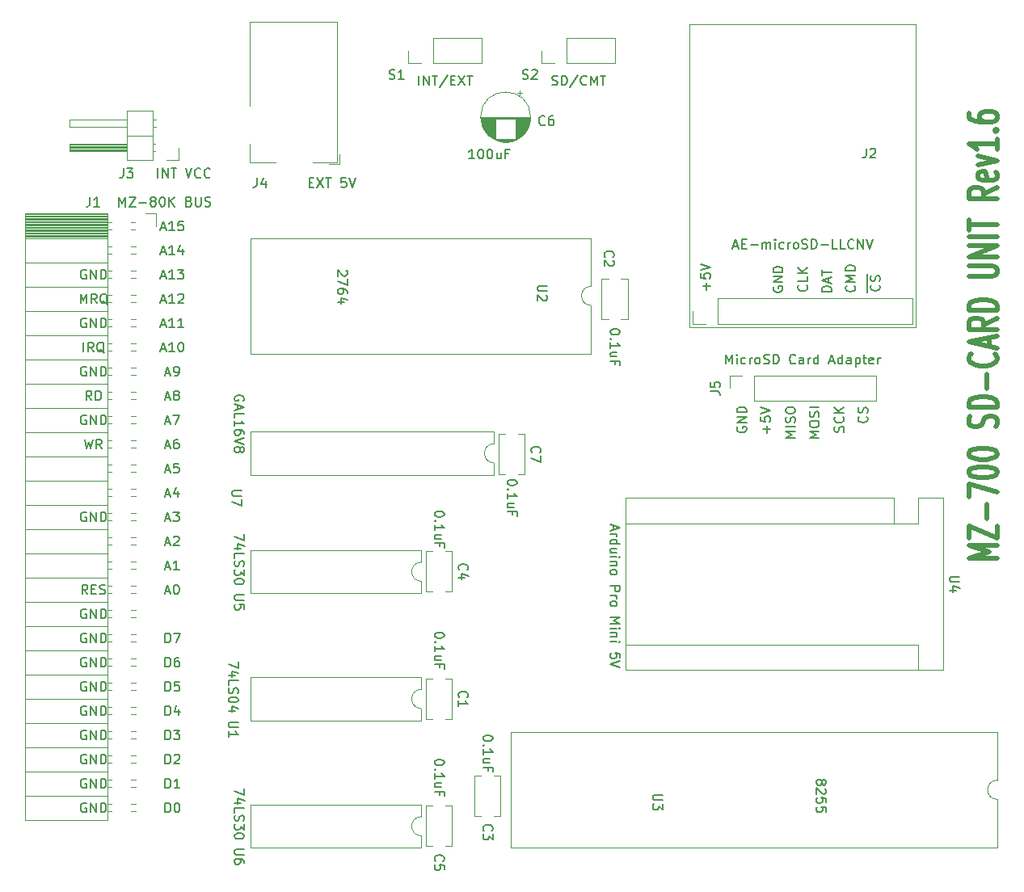
<source format=gto>
G04 #@! TF.GenerationSoftware,KiCad,Pcbnew,(5.1.9)-1*
G04 #@! TF.CreationDate,2024-08-17T09:13:53+09:00*
G04 #@! TF.ProjectId,MZ700_SD,4d5a3730-305f-4534-942e-6b696361645f,rev?*
G04 #@! TF.SameCoordinates,PX53920b0PY93c3260*
G04 #@! TF.FileFunction,Legend,Top*
G04 #@! TF.FilePolarity,Positive*
%FSLAX46Y46*%
G04 Gerber Fmt 4.6, Leading zero omitted, Abs format (unit mm)*
G04 Created by KiCad (PCBNEW (5.1.9)-1) date 2024-08-17 09:13:53*
%MOMM*%
%LPD*%
G01*
G04 APERTURE LIST*
%ADD10C,0.150000*%
%ADD11C,0.500000*%
%ADD12C,0.120000*%
G04 APERTURE END LIST*
D10*
X18280000Y59197572D02*
X18327619Y59292810D01*
X18327619Y59435667D01*
X18280000Y59578524D01*
X18184761Y59673762D01*
X18089523Y59721381D01*
X17899047Y59769000D01*
X17756190Y59769000D01*
X17565714Y59721381D01*
X17470476Y59673762D01*
X17375238Y59578524D01*
X17327619Y59435667D01*
X17327619Y59340429D01*
X17375238Y59197572D01*
X17422857Y59149953D01*
X17756190Y59149953D01*
X17756190Y59340429D01*
X17613333Y58769000D02*
X17613333Y58292810D01*
X17327619Y58864239D02*
X18327619Y58530905D01*
X17327619Y58197572D01*
X17327619Y57388048D02*
X17327619Y57864239D01*
X18327619Y57864239D01*
X17327619Y56530905D02*
X17327619Y57102334D01*
X17327619Y56816620D02*
X18327619Y56816620D01*
X18184761Y56911858D01*
X18089523Y57007096D01*
X18041904Y57102334D01*
X18327619Y55673762D02*
X18327619Y55864239D01*
X18280000Y55959477D01*
X18232380Y56007096D01*
X18089523Y56102334D01*
X17899047Y56149953D01*
X17518095Y56149953D01*
X17422857Y56102334D01*
X17375238Y56054715D01*
X17327619Y55959477D01*
X17327619Y55769000D01*
X17375238Y55673762D01*
X17422857Y55626143D01*
X17518095Y55578524D01*
X17756190Y55578524D01*
X17851428Y55626143D01*
X17899047Y55673762D01*
X17946666Y55769000D01*
X17946666Y55959477D01*
X17899047Y56054715D01*
X17851428Y56102334D01*
X17756190Y56149953D01*
X18327619Y55292810D02*
X17327619Y54959477D01*
X18327619Y54626143D01*
X17899047Y54149953D02*
X17946666Y54245191D01*
X17994285Y54292810D01*
X18089523Y54340429D01*
X18137142Y54340429D01*
X18232380Y54292810D01*
X18280000Y54245191D01*
X18327619Y54149953D01*
X18327619Y53959477D01*
X18280000Y53864239D01*
X18232380Y53816620D01*
X18137142Y53769000D01*
X18089523Y53769000D01*
X17994285Y53816620D01*
X17946666Y53864239D01*
X17899047Y53959477D01*
X17899047Y54149953D01*
X17851428Y54245191D01*
X17803809Y54292810D01*
X17708571Y54340429D01*
X17518095Y54340429D01*
X17422857Y54292810D01*
X17375238Y54245191D01*
X17327619Y54149953D01*
X17327619Y53959477D01*
X17375238Y53864239D01*
X17422857Y53816620D01*
X17518095Y53769000D01*
X17708571Y53769000D01*
X17803809Y53816620D01*
X17851428Y53864239D01*
X17899047Y53959477D01*
X46902619Y50664858D02*
X46902619Y50569620D01*
X46855000Y50474381D01*
X46807380Y50426762D01*
X46712142Y50379143D01*
X46521666Y50331524D01*
X46283571Y50331524D01*
X46093095Y50379143D01*
X45997857Y50426762D01*
X45950238Y50474381D01*
X45902619Y50569620D01*
X45902619Y50664858D01*
X45950238Y50760096D01*
X45997857Y50807715D01*
X46093095Y50855334D01*
X46283571Y50902953D01*
X46521666Y50902953D01*
X46712142Y50855334D01*
X46807380Y50807715D01*
X46855000Y50760096D01*
X46902619Y50664858D01*
X45997857Y49902953D02*
X45950238Y49855334D01*
X45902619Y49902953D01*
X45950238Y49950572D01*
X45997857Y49902953D01*
X45902619Y49902953D01*
X45902619Y48902953D02*
X45902619Y49474381D01*
X45902619Y49188667D02*
X46902619Y49188667D01*
X46759761Y49283905D01*
X46664523Y49379143D01*
X46616904Y49474381D01*
X46569285Y48045810D02*
X45902619Y48045810D01*
X46569285Y48474381D02*
X46045476Y48474381D01*
X45950238Y48426762D01*
X45902619Y48331524D01*
X45902619Y48188667D01*
X45950238Y48093429D01*
X45997857Y48045810D01*
X46426428Y47236286D02*
X46426428Y47569620D01*
X45902619Y47569620D02*
X46902619Y47569620D01*
X46902619Y47093429D01*
X68811190Y63047620D02*
X68811190Y64047620D01*
X69144523Y63333334D01*
X69477857Y64047620D01*
X69477857Y63047620D01*
X69954047Y63047620D02*
X69954047Y63714286D01*
X69954047Y64047620D02*
X69906428Y64000000D01*
X69954047Y63952381D01*
X70001666Y64000000D01*
X69954047Y64047620D01*
X69954047Y63952381D01*
X70858809Y63095239D02*
X70763571Y63047620D01*
X70573095Y63047620D01*
X70477857Y63095239D01*
X70430238Y63142858D01*
X70382619Y63238096D01*
X70382619Y63523810D01*
X70430238Y63619048D01*
X70477857Y63666667D01*
X70573095Y63714286D01*
X70763571Y63714286D01*
X70858809Y63666667D01*
X71287380Y63047620D02*
X71287380Y63714286D01*
X71287380Y63523810D02*
X71335000Y63619048D01*
X71382619Y63666667D01*
X71477857Y63714286D01*
X71573095Y63714286D01*
X72049285Y63047620D02*
X71954047Y63095239D01*
X71906428Y63142858D01*
X71858809Y63238096D01*
X71858809Y63523810D01*
X71906428Y63619048D01*
X71954047Y63666667D01*
X72049285Y63714286D01*
X72192142Y63714286D01*
X72287380Y63666667D01*
X72335000Y63619048D01*
X72382619Y63523810D01*
X72382619Y63238096D01*
X72335000Y63142858D01*
X72287380Y63095239D01*
X72192142Y63047620D01*
X72049285Y63047620D01*
X72763571Y63095239D02*
X72906428Y63047620D01*
X73144523Y63047620D01*
X73239761Y63095239D01*
X73287380Y63142858D01*
X73335000Y63238096D01*
X73335000Y63333334D01*
X73287380Y63428572D01*
X73239761Y63476191D01*
X73144523Y63523810D01*
X72954047Y63571429D01*
X72858809Y63619048D01*
X72811190Y63666667D01*
X72763571Y63761905D01*
X72763571Y63857143D01*
X72811190Y63952381D01*
X72858809Y64000000D01*
X72954047Y64047620D01*
X73192142Y64047620D01*
X73335000Y64000000D01*
X73763571Y63047620D02*
X73763571Y64047620D01*
X74001666Y64047620D01*
X74144523Y64000000D01*
X74239761Y63904762D01*
X74287380Y63809524D01*
X74335000Y63619048D01*
X74335000Y63476191D01*
X74287380Y63285715D01*
X74239761Y63190477D01*
X74144523Y63095239D01*
X74001666Y63047620D01*
X73763571Y63047620D01*
X76096904Y63142858D02*
X76049285Y63095239D01*
X75906428Y63047620D01*
X75811190Y63047620D01*
X75668333Y63095239D01*
X75573095Y63190477D01*
X75525476Y63285715D01*
X75477857Y63476191D01*
X75477857Y63619048D01*
X75525476Y63809524D01*
X75573095Y63904762D01*
X75668333Y64000000D01*
X75811190Y64047620D01*
X75906428Y64047620D01*
X76049285Y64000000D01*
X76096904Y63952381D01*
X76954047Y63047620D02*
X76954047Y63571429D01*
X76906428Y63666667D01*
X76811190Y63714286D01*
X76620714Y63714286D01*
X76525476Y63666667D01*
X76954047Y63095239D02*
X76858809Y63047620D01*
X76620714Y63047620D01*
X76525476Y63095239D01*
X76477857Y63190477D01*
X76477857Y63285715D01*
X76525476Y63380953D01*
X76620714Y63428572D01*
X76858809Y63428572D01*
X76954047Y63476191D01*
X77430238Y63047620D02*
X77430238Y63714286D01*
X77430238Y63523810D02*
X77477857Y63619048D01*
X77525476Y63666667D01*
X77620714Y63714286D01*
X77715952Y63714286D01*
X78477857Y63047620D02*
X78477857Y64047620D01*
X78477857Y63095239D02*
X78382619Y63047620D01*
X78192142Y63047620D01*
X78096904Y63095239D01*
X78049285Y63142858D01*
X78001666Y63238096D01*
X78001666Y63523810D01*
X78049285Y63619048D01*
X78096904Y63666667D01*
X78192142Y63714286D01*
X78382619Y63714286D01*
X78477857Y63666667D01*
X79668333Y63333334D02*
X80144523Y63333334D01*
X79573095Y63047620D02*
X79906428Y64047620D01*
X80239761Y63047620D01*
X81001666Y63047620D02*
X81001666Y64047620D01*
X81001666Y63095239D02*
X80906428Y63047620D01*
X80715952Y63047620D01*
X80620714Y63095239D01*
X80573095Y63142858D01*
X80525476Y63238096D01*
X80525476Y63523810D01*
X80573095Y63619048D01*
X80620714Y63666667D01*
X80715952Y63714286D01*
X80906428Y63714286D01*
X81001666Y63666667D01*
X81906428Y63047620D02*
X81906428Y63571429D01*
X81858809Y63666667D01*
X81763571Y63714286D01*
X81573095Y63714286D01*
X81477857Y63666667D01*
X81906428Y63095239D02*
X81811190Y63047620D01*
X81573095Y63047620D01*
X81477857Y63095239D01*
X81430238Y63190477D01*
X81430238Y63285715D01*
X81477857Y63380953D01*
X81573095Y63428572D01*
X81811190Y63428572D01*
X81906428Y63476191D01*
X82382619Y63714286D02*
X82382619Y62714286D01*
X82382619Y63666667D02*
X82477857Y63714286D01*
X82668333Y63714286D01*
X82763571Y63666667D01*
X82811190Y63619048D01*
X82858809Y63523810D01*
X82858809Y63238096D01*
X82811190Y63142858D01*
X82763571Y63095239D01*
X82668333Y63047620D01*
X82477857Y63047620D01*
X82382619Y63095239D01*
X83144523Y63714286D02*
X83525476Y63714286D01*
X83287380Y64047620D02*
X83287380Y63190477D01*
X83334999Y63095239D01*
X83430238Y63047620D01*
X83525476Y63047620D01*
X84239761Y63095239D02*
X84144523Y63047620D01*
X83954047Y63047620D01*
X83858809Y63095239D01*
X83811190Y63190477D01*
X83811190Y63571429D01*
X83858809Y63666667D01*
X83954047Y63714286D01*
X84144523Y63714286D01*
X84239761Y63666667D01*
X84287380Y63571429D01*
X84287380Y63476191D01*
X83811190Y63380953D01*
X84715952Y63047620D02*
X84715952Y63714286D01*
X84715952Y63523810D02*
X84763571Y63619048D01*
X84811190Y63666667D01*
X84906428Y63714286D01*
X85001666Y63714286D01*
X73800000Y71138096D02*
X73752380Y71042858D01*
X73752380Y70900000D01*
X73800000Y70757143D01*
X73895238Y70661905D01*
X73990476Y70614286D01*
X74180952Y70566667D01*
X74323809Y70566667D01*
X74514285Y70614286D01*
X74609523Y70661905D01*
X74704761Y70757143D01*
X74752380Y70900000D01*
X74752380Y70995239D01*
X74704761Y71138096D01*
X74657142Y71185715D01*
X74323809Y71185715D01*
X74323809Y70995239D01*
X74752380Y71614286D02*
X73752380Y71614286D01*
X74752380Y72185715D01*
X73752380Y72185715D01*
X74752380Y72661905D02*
X73752380Y72661905D01*
X73752380Y72900000D01*
X73800000Y73042858D01*
X73895238Y73138096D01*
X73990476Y73185715D01*
X74180952Y73233334D01*
X74323809Y73233334D01*
X74514285Y73185715D01*
X74609523Y73138096D01*
X74704761Y73042858D01*
X74752380Y72900000D01*
X74752380Y72661905D01*
X66771428Y70814286D02*
X66771428Y71576191D01*
X67152380Y71195239D02*
X66390476Y71195239D01*
X66152380Y72528572D02*
X66152380Y72052381D01*
X66628571Y72004762D01*
X66580952Y72052381D01*
X66533333Y72147620D01*
X66533333Y72385715D01*
X66580952Y72480953D01*
X66628571Y72528572D01*
X66723809Y72576191D01*
X66961904Y72576191D01*
X67057142Y72528572D01*
X67104761Y72480953D01*
X67152380Y72385715D01*
X67152380Y72147620D01*
X67104761Y72052381D01*
X67057142Y72004762D01*
X66152380Y72861905D02*
X67152380Y73195239D01*
X66152380Y73528572D01*
X79852380Y70628572D02*
X78852380Y70628572D01*
X78852380Y70866667D01*
X78900000Y71009524D01*
X78995238Y71104762D01*
X79090476Y71152381D01*
X79280952Y71200000D01*
X79423809Y71200000D01*
X79614285Y71152381D01*
X79709523Y71104762D01*
X79804761Y71009524D01*
X79852380Y70866667D01*
X79852380Y70628572D01*
X79566666Y71580953D02*
X79566666Y72057143D01*
X79852380Y71485715D02*
X78852380Y71819048D01*
X79852380Y72152381D01*
X78852380Y72342858D02*
X78852380Y72914286D01*
X79852380Y72628572D02*
X78852380Y72628572D01*
X82257142Y71238096D02*
X82304761Y71190477D01*
X82352380Y71047620D01*
X82352380Y70952381D01*
X82304761Y70809524D01*
X82209523Y70714286D01*
X82114285Y70666667D01*
X81923809Y70619048D01*
X81780952Y70619048D01*
X81590476Y70666667D01*
X81495238Y70714286D01*
X81400000Y70809524D01*
X81352380Y70952381D01*
X81352380Y71047620D01*
X81400000Y71190477D01*
X81447619Y71238096D01*
X82352380Y71666667D02*
X81352380Y71666667D01*
X82066666Y72000000D01*
X81352380Y72333334D01*
X82352380Y72333334D01*
X82352380Y72809524D02*
X81352380Y72809524D01*
X81352380Y73047620D01*
X81400000Y73190477D01*
X81495238Y73285715D01*
X81590476Y73333334D01*
X81780952Y73380953D01*
X81923809Y73380953D01*
X82114285Y73333334D01*
X82209523Y73285715D01*
X82304761Y73190477D01*
X82352380Y73047620D01*
X82352380Y72809524D01*
X77257142Y71304762D02*
X77304761Y71257143D01*
X77352380Y71114286D01*
X77352380Y71019048D01*
X77304761Y70876191D01*
X77209523Y70780953D01*
X77114285Y70733334D01*
X76923809Y70685715D01*
X76780952Y70685715D01*
X76590476Y70733334D01*
X76495238Y70780953D01*
X76400000Y70876191D01*
X76352380Y71019048D01*
X76352380Y71114286D01*
X76400000Y71257143D01*
X76447619Y71304762D01*
X77352380Y72209524D02*
X77352380Y71733334D01*
X76352380Y71733334D01*
X77352380Y72542858D02*
X76352380Y72542858D01*
X77352380Y73114286D02*
X76780952Y72685715D01*
X76352380Y73114286D02*
X76923809Y72542858D01*
X83585000Y70523810D02*
X83585000Y71523810D01*
X84857142Y71333334D02*
X84904761Y71285715D01*
X84952380Y71142858D01*
X84952380Y71047620D01*
X84904761Y70904762D01*
X84809523Y70809524D01*
X84714285Y70761905D01*
X84523809Y70714286D01*
X84380952Y70714286D01*
X84190476Y70761905D01*
X84095238Y70809524D01*
X84000000Y70904762D01*
X83952380Y71047620D01*
X83952380Y71142858D01*
X84000000Y71285715D01*
X84047619Y71333334D01*
X83585000Y71523810D02*
X83585000Y72476191D01*
X84904761Y71714286D02*
X84952380Y71857143D01*
X84952380Y72095239D01*
X84904761Y72190477D01*
X84857142Y72238096D01*
X84761904Y72285715D01*
X84666666Y72285715D01*
X84571428Y72238096D01*
X84523809Y72190477D01*
X84476190Y72095239D01*
X84428571Y71904762D01*
X84380952Y71809524D01*
X84333333Y71761905D01*
X84238095Y71714286D01*
X84142857Y71714286D01*
X84047619Y71761905D01*
X84000000Y71809524D01*
X83952380Y71904762D01*
X83952380Y72142858D01*
X84000000Y72285715D01*
X70000000Y56438096D02*
X69952380Y56342858D01*
X69952380Y56200000D01*
X70000000Y56057143D01*
X70095238Y55961905D01*
X70190476Y55914286D01*
X70380952Y55866667D01*
X70523809Y55866667D01*
X70714285Y55914286D01*
X70809523Y55961905D01*
X70904761Y56057143D01*
X70952380Y56200000D01*
X70952380Y56295239D01*
X70904761Y56438096D01*
X70857142Y56485715D01*
X70523809Y56485715D01*
X70523809Y56295239D01*
X70952380Y56914286D02*
X69952380Y56914286D01*
X70952380Y57485715D01*
X69952380Y57485715D01*
X70952380Y57961905D02*
X69952380Y57961905D01*
X69952380Y58200000D01*
X70000000Y58342858D01*
X70095238Y58438096D01*
X70190476Y58485715D01*
X70380952Y58533334D01*
X70523809Y58533334D01*
X70714285Y58485715D01*
X70809523Y58438096D01*
X70904761Y58342858D01*
X70952380Y58200000D01*
X70952380Y57961905D01*
X73071428Y55814286D02*
X73071428Y56576191D01*
X73452380Y56195239D02*
X72690476Y56195239D01*
X72452380Y57528572D02*
X72452380Y57052381D01*
X72928571Y57004762D01*
X72880952Y57052381D01*
X72833333Y57147620D01*
X72833333Y57385715D01*
X72880952Y57480953D01*
X72928571Y57528572D01*
X73023809Y57576191D01*
X73261904Y57576191D01*
X73357142Y57528572D01*
X73404761Y57480953D01*
X73452380Y57385715D01*
X73452380Y57147620D01*
X73404761Y57052381D01*
X73357142Y57004762D01*
X72452380Y57861905D02*
X73452380Y58195239D01*
X72452380Y58528572D01*
X76052380Y55328572D02*
X75052380Y55328572D01*
X75766666Y55661905D01*
X75052380Y55995239D01*
X76052380Y55995239D01*
X76052380Y56471429D02*
X75052380Y56471429D01*
X76004761Y56900000D02*
X76052380Y57042858D01*
X76052380Y57280953D01*
X76004761Y57376191D01*
X75957142Y57423810D01*
X75861904Y57471429D01*
X75766666Y57471429D01*
X75671428Y57423810D01*
X75623809Y57376191D01*
X75576190Y57280953D01*
X75528571Y57090477D01*
X75480952Y56995239D01*
X75433333Y56947620D01*
X75338095Y56900000D01*
X75242857Y56900000D01*
X75147619Y56947620D01*
X75100000Y56995239D01*
X75052380Y57090477D01*
X75052380Y57328572D01*
X75100000Y57471429D01*
X75052380Y58090477D02*
X75052380Y58280953D01*
X75100000Y58376191D01*
X75195238Y58471429D01*
X75385714Y58519048D01*
X75719047Y58519048D01*
X75909523Y58471429D01*
X76004761Y58376191D01*
X76052380Y58280953D01*
X76052380Y58090477D01*
X76004761Y57995239D01*
X75909523Y57900000D01*
X75719047Y57852381D01*
X75385714Y57852381D01*
X75195238Y57900000D01*
X75100000Y57995239D01*
X75052380Y58090477D01*
X78552380Y55328572D02*
X77552380Y55328572D01*
X78266666Y55661905D01*
X77552380Y55995239D01*
X78552380Y55995239D01*
X77552380Y56661905D02*
X77552380Y56852381D01*
X77600000Y56947620D01*
X77695238Y57042858D01*
X77885714Y57090477D01*
X78219047Y57090477D01*
X78409523Y57042858D01*
X78504761Y56947620D01*
X78552380Y56852381D01*
X78552380Y56661905D01*
X78504761Y56566667D01*
X78409523Y56471429D01*
X78219047Y56423810D01*
X77885714Y56423810D01*
X77695238Y56471429D01*
X77600000Y56566667D01*
X77552380Y56661905D01*
X78504761Y57471429D02*
X78552380Y57614286D01*
X78552380Y57852381D01*
X78504761Y57947620D01*
X78457142Y57995239D01*
X78361904Y58042858D01*
X78266666Y58042858D01*
X78171428Y57995239D01*
X78123809Y57947620D01*
X78076190Y57852381D01*
X78028571Y57661905D01*
X77980952Y57566667D01*
X77933333Y57519048D01*
X77838095Y57471429D01*
X77742857Y57471429D01*
X77647619Y57519048D01*
X77600000Y57566667D01*
X77552380Y57661905D01*
X77552380Y57900000D01*
X77600000Y58042858D01*
X78552380Y58471429D02*
X77552380Y58471429D01*
X81104761Y55914286D02*
X81152380Y56057143D01*
X81152380Y56295239D01*
X81104761Y56390477D01*
X81057142Y56438096D01*
X80961904Y56485715D01*
X80866666Y56485715D01*
X80771428Y56438096D01*
X80723809Y56390477D01*
X80676190Y56295239D01*
X80628571Y56104762D01*
X80580952Y56009524D01*
X80533333Y55961905D01*
X80438095Y55914286D01*
X80342857Y55914286D01*
X80247619Y55961905D01*
X80200000Y56009524D01*
X80152380Y56104762D01*
X80152380Y56342858D01*
X80200000Y56485715D01*
X81057142Y57485715D02*
X81104761Y57438096D01*
X81152380Y57295239D01*
X81152380Y57200000D01*
X81104761Y57057143D01*
X81009523Y56961905D01*
X80914285Y56914286D01*
X80723809Y56866667D01*
X80580952Y56866667D01*
X80390476Y56914286D01*
X80295238Y56961905D01*
X80200000Y57057143D01*
X80152380Y57200000D01*
X80152380Y57295239D01*
X80200000Y57438096D01*
X80247619Y57485715D01*
X81152380Y57914286D02*
X80152380Y57914286D01*
X81152380Y58485715D02*
X80580952Y58057143D01*
X80152380Y58485715D02*
X80723809Y57914286D01*
X83557142Y57533334D02*
X83604761Y57485715D01*
X83652380Y57342858D01*
X83652380Y57247620D01*
X83604761Y57104762D01*
X83509523Y57009524D01*
X83414285Y56961905D01*
X83223809Y56914286D01*
X83080952Y56914286D01*
X82890476Y56961905D01*
X82795238Y57009524D01*
X82700000Y57104762D01*
X82652380Y57247620D01*
X82652380Y57342858D01*
X82700000Y57485715D01*
X82747619Y57533334D01*
X83604761Y57914286D02*
X83652380Y58057143D01*
X83652380Y58295239D01*
X83604761Y58390477D01*
X83557142Y58438096D01*
X83461904Y58485715D01*
X83366666Y58485715D01*
X83271428Y58438096D01*
X83223809Y58390477D01*
X83176190Y58295239D01*
X83128571Y58104762D01*
X83080952Y58009524D01*
X83033333Y57961905D01*
X82938095Y57914286D01*
X82842857Y57914286D01*
X82747619Y57961905D01*
X82700000Y58009524D01*
X82652380Y58104762D01*
X82652380Y58342858D01*
X82700000Y58485715D01*
X17692619Y31852858D02*
X17692619Y31186191D01*
X16692619Y31614762D01*
X17359285Y30376667D02*
X16692619Y30376667D01*
X17740238Y30614762D02*
X17025952Y30852858D01*
X17025952Y30233810D01*
X16692619Y29376667D02*
X16692619Y29852858D01*
X17692619Y29852858D01*
X16740238Y29090953D02*
X16692619Y28948096D01*
X16692619Y28710000D01*
X16740238Y28614762D01*
X16787857Y28567143D01*
X16883095Y28519524D01*
X16978333Y28519524D01*
X17073571Y28567143D01*
X17121190Y28614762D01*
X17168809Y28710000D01*
X17216428Y28900477D01*
X17264047Y28995715D01*
X17311666Y29043334D01*
X17406904Y29090953D01*
X17502142Y29090953D01*
X17597380Y29043334D01*
X17645000Y28995715D01*
X17692619Y28900477D01*
X17692619Y28662381D01*
X17645000Y28519524D01*
X17692619Y27900477D02*
X17692619Y27805239D01*
X17645000Y27710000D01*
X17597380Y27662381D01*
X17502142Y27614762D01*
X17311666Y27567143D01*
X17073571Y27567143D01*
X16883095Y27614762D01*
X16787857Y27662381D01*
X16740238Y27710000D01*
X16692619Y27805239D01*
X16692619Y27900477D01*
X16740238Y27995715D01*
X16787857Y28043334D01*
X16883095Y28090953D01*
X17073571Y28138572D01*
X17311666Y28138572D01*
X17502142Y28090953D01*
X17597380Y28043334D01*
X17645000Y27995715D01*
X17692619Y27900477D01*
X17359285Y26710000D02*
X16692619Y26710000D01*
X17740238Y26948096D02*
X17025952Y27186191D01*
X17025952Y26567143D01*
X18327619Y45187858D02*
X18327619Y44521191D01*
X17327619Y44949762D01*
X17994285Y43711667D02*
X17327619Y43711667D01*
X18375238Y43949762D02*
X17660952Y44187858D01*
X17660952Y43568810D01*
X17327619Y42711667D02*
X17327619Y43187858D01*
X18327619Y43187858D01*
X17375238Y42425953D02*
X17327619Y42283096D01*
X17327619Y42045000D01*
X17375238Y41949762D01*
X17422857Y41902143D01*
X17518095Y41854524D01*
X17613333Y41854524D01*
X17708571Y41902143D01*
X17756190Y41949762D01*
X17803809Y42045000D01*
X17851428Y42235477D01*
X17899047Y42330715D01*
X17946666Y42378334D01*
X18041904Y42425953D01*
X18137142Y42425953D01*
X18232380Y42378334D01*
X18280000Y42330715D01*
X18327619Y42235477D01*
X18327619Y41997381D01*
X18280000Y41854524D01*
X18327619Y41521191D02*
X18327619Y40902143D01*
X17946666Y41235477D01*
X17946666Y41092620D01*
X17899047Y40997381D01*
X17851428Y40949762D01*
X17756190Y40902143D01*
X17518095Y40902143D01*
X17422857Y40949762D01*
X17375238Y40997381D01*
X17327619Y41092620D01*
X17327619Y41378334D01*
X17375238Y41473572D01*
X17422857Y41521191D01*
X18327619Y40283096D02*
X18327619Y40187858D01*
X18280000Y40092620D01*
X18232380Y40045000D01*
X18137142Y39997381D01*
X17946666Y39949762D01*
X17708571Y39949762D01*
X17518095Y39997381D01*
X17422857Y40045000D01*
X17375238Y40092620D01*
X17327619Y40187858D01*
X17327619Y40283096D01*
X17375238Y40378334D01*
X17422857Y40425953D01*
X17518095Y40473572D01*
X17708571Y40521191D01*
X17946666Y40521191D01*
X18137142Y40473572D01*
X18232380Y40425953D01*
X18280000Y40378334D01*
X18327619Y40283096D01*
X18327619Y18517858D02*
X18327619Y17851191D01*
X17327619Y18279762D01*
X17994285Y17041667D02*
X17327619Y17041667D01*
X18375238Y17279762D02*
X17660952Y17517858D01*
X17660952Y16898810D01*
X17327619Y16041667D02*
X17327619Y16517858D01*
X18327619Y16517858D01*
X17375238Y15755953D02*
X17327619Y15613096D01*
X17327619Y15375000D01*
X17375238Y15279762D01*
X17422857Y15232143D01*
X17518095Y15184524D01*
X17613333Y15184524D01*
X17708571Y15232143D01*
X17756190Y15279762D01*
X17803809Y15375000D01*
X17851428Y15565477D01*
X17899047Y15660715D01*
X17946666Y15708334D01*
X18041904Y15755953D01*
X18137142Y15755953D01*
X18232380Y15708334D01*
X18280000Y15660715D01*
X18327619Y15565477D01*
X18327619Y15327381D01*
X18280000Y15184524D01*
X18327619Y14851191D02*
X18327619Y14232143D01*
X17946666Y14565477D01*
X17946666Y14422620D01*
X17899047Y14327381D01*
X17851428Y14279762D01*
X17756190Y14232143D01*
X17518095Y14232143D01*
X17422857Y14279762D01*
X17375238Y14327381D01*
X17327619Y14422620D01*
X17327619Y14708334D01*
X17375238Y14803572D01*
X17422857Y14851191D01*
X18327619Y13613096D02*
X18327619Y13517858D01*
X18280000Y13422620D01*
X18232380Y13375000D01*
X18137142Y13327381D01*
X17946666Y13279762D01*
X17708571Y13279762D01*
X17518095Y13327381D01*
X17422857Y13375000D01*
X17375238Y13422620D01*
X17327619Y13517858D01*
X17327619Y13613096D01*
X17375238Y13708334D01*
X17422857Y13755953D01*
X17518095Y13803572D01*
X17708571Y13851191D01*
X17946666Y13851191D01*
X18137142Y13803572D01*
X18232380Y13755953D01*
X18280000Y13708334D01*
X18327619Y13613096D01*
X39282619Y34662858D02*
X39282619Y34567620D01*
X39235000Y34472381D01*
X39187380Y34424762D01*
X39092142Y34377143D01*
X38901666Y34329524D01*
X38663571Y34329524D01*
X38473095Y34377143D01*
X38377857Y34424762D01*
X38330238Y34472381D01*
X38282619Y34567620D01*
X38282619Y34662858D01*
X38330238Y34758096D01*
X38377857Y34805715D01*
X38473095Y34853334D01*
X38663571Y34900953D01*
X38901666Y34900953D01*
X39092142Y34853334D01*
X39187380Y34805715D01*
X39235000Y34758096D01*
X39282619Y34662858D01*
X38377857Y33900953D02*
X38330238Y33853334D01*
X38282619Y33900953D01*
X38330238Y33948572D01*
X38377857Y33900953D01*
X38282619Y33900953D01*
X38282619Y32900953D02*
X38282619Y33472381D01*
X38282619Y33186667D02*
X39282619Y33186667D01*
X39139761Y33281905D01*
X39044523Y33377143D01*
X38996904Y33472381D01*
X38949285Y32043810D02*
X38282619Y32043810D01*
X38949285Y32472381D02*
X38425476Y32472381D01*
X38330238Y32424762D01*
X38282619Y32329524D01*
X38282619Y32186667D01*
X38330238Y32091429D01*
X38377857Y32043810D01*
X38806428Y31234286D02*
X38806428Y31567620D01*
X38282619Y31567620D02*
X39282619Y31567620D01*
X39282619Y31091429D01*
X39282619Y47362858D02*
X39282619Y47267620D01*
X39235000Y47172381D01*
X39187380Y47124762D01*
X39092142Y47077143D01*
X38901666Y47029524D01*
X38663571Y47029524D01*
X38473095Y47077143D01*
X38377857Y47124762D01*
X38330238Y47172381D01*
X38282619Y47267620D01*
X38282619Y47362858D01*
X38330238Y47458096D01*
X38377857Y47505715D01*
X38473095Y47553334D01*
X38663571Y47600953D01*
X38901666Y47600953D01*
X39092142Y47553334D01*
X39187380Y47505715D01*
X39235000Y47458096D01*
X39282619Y47362858D01*
X38377857Y46600953D02*
X38330238Y46553334D01*
X38282619Y46600953D01*
X38330238Y46648572D01*
X38377857Y46600953D01*
X38282619Y46600953D01*
X38282619Y45600953D02*
X38282619Y46172381D01*
X38282619Y45886667D02*
X39282619Y45886667D01*
X39139761Y45981905D01*
X39044523Y46077143D01*
X38996904Y46172381D01*
X38949285Y44743810D02*
X38282619Y44743810D01*
X38949285Y45172381D02*
X38425476Y45172381D01*
X38330238Y45124762D01*
X38282619Y45029524D01*
X38282619Y44886667D01*
X38330238Y44791429D01*
X38377857Y44743810D01*
X38806428Y43934286D02*
X38806428Y44267620D01*
X38282619Y44267620D02*
X39282619Y44267620D01*
X39282619Y43791429D01*
X39282619Y21327858D02*
X39282619Y21232620D01*
X39235000Y21137381D01*
X39187380Y21089762D01*
X39092142Y21042143D01*
X38901666Y20994524D01*
X38663571Y20994524D01*
X38473095Y21042143D01*
X38377857Y21089762D01*
X38330238Y21137381D01*
X38282619Y21232620D01*
X38282619Y21327858D01*
X38330238Y21423096D01*
X38377857Y21470715D01*
X38473095Y21518334D01*
X38663571Y21565953D01*
X38901666Y21565953D01*
X39092142Y21518334D01*
X39187380Y21470715D01*
X39235000Y21423096D01*
X39282619Y21327858D01*
X38377857Y20565953D02*
X38330238Y20518334D01*
X38282619Y20565953D01*
X38330238Y20613572D01*
X38377857Y20565953D01*
X38282619Y20565953D01*
X38282619Y19565953D02*
X38282619Y20137381D01*
X38282619Y19851667D02*
X39282619Y19851667D01*
X39139761Y19946905D01*
X39044523Y20042143D01*
X38996904Y20137381D01*
X38949285Y18708810D02*
X38282619Y18708810D01*
X38949285Y19137381D02*
X38425476Y19137381D01*
X38330238Y19089762D01*
X38282619Y18994524D01*
X38282619Y18851667D01*
X38330238Y18756429D01*
X38377857Y18708810D01*
X38806428Y17899286D02*
X38806428Y18232620D01*
X38282619Y18232620D02*
X39282619Y18232620D01*
X39282619Y17756429D01*
X1778095Y72890000D02*
X1682857Y72937620D01*
X1540000Y72937620D01*
X1397142Y72890000D01*
X1301904Y72794762D01*
X1254285Y72699524D01*
X1206666Y72509048D01*
X1206666Y72366191D01*
X1254285Y72175715D01*
X1301904Y72080477D01*
X1397142Y71985239D01*
X1540000Y71937620D01*
X1635238Y71937620D01*
X1778095Y71985239D01*
X1825714Y72032858D01*
X1825714Y72366191D01*
X1635238Y72366191D01*
X2254285Y71937620D02*
X2254285Y72937620D01*
X2825714Y71937620D01*
X2825714Y72937620D01*
X3301904Y71937620D02*
X3301904Y72937620D01*
X3540000Y72937620D01*
X3682857Y72890000D01*
X3778095Y72794762D01*
X3825714Y72699524D01*
X3873333Y72509048D01*
X3873333Y72366191D01*
X3825714Y72175715D01*
X3778095Y72080477D01*
X3682857Y71985239D01*
X3540000Y71937620D01*
X3301904Y71937620D01*
X1778095Y67810000D02*
X1682857Y67857620D01*
X1540000Y67857620D01*
X1397142Y67810000D01*
X1301904Y67714762D01*
X1254285Y67619524D01*
X1206666Y67429048D01*
X1206666Y67286191D01*
X1254285Y67095715D01*
X1301904Y67000477D01*
X1397142Y66905239D01*
X1540000Y66857620D01*
X1635238Y66857620D01*
X1778095Y66905239D01*
X1825714Y66952858D01*
X1825714Y67286191D01*
X1635238Y67286191D01*
X2254285Y66857620D02*
X2254285Y67857620D01*
X2825714Y66857620D01*
X2825714Y67857620D01*
X3301904Y66857620D02*
X3301904Y67857620D01*
X3540000Y67857620D01*
X3682857Y67810000D01*
X3778095Y67714762D01*
X3825714Y67619524D01*
X3873333Y67429048D01*
X3873333Y67286191D01*
X3825714Y67095715D01*
X3778095Y67000477D01*
X3682857Y66905239D01*
X3540000Y66857620D01*
X3301904Y66857620D01*
X1778095Y62730000D02*
X1682857Y62777620D01*
X1540000Y62777620D01*
X1397142Y62730000D01*
X1301904Y62634762D01*
X1254285Y62539524D01*
X1206666Y62349048D01*
X1206666Y62206191D01*
X1254285Y62015715D01*
X1301904Y61920477D01*
X1397142Y61825239D01*
X1540000Y61777620D01*
X1635238Y61777620D01*
X1778095Y61825239D01*
X1825714Y61872858D01*
X1825714Y62206191D01*
X1635238Y62206191D01*
X2254285Y61777620D02*
X2254285Y62777620D01*
X2825714Y61777620D01*
X2825714Y62777620D01*
X3301904Y61777620D02*
X3301904Y62777620D01*
X3540000Y62777620D01*
X3682857Y62730000D01*
X3778095Y62634762D01*
X3825714Y62539524D01*
X3873333Y62349048D01*
X3873333Y62206191D01*
X3825714Y62015715D01*
X3778095Y61920477D01*
X3682857Y61825239D01*
X3540000Y61777620D01*
X3301904Y61777620D01*
X1778095Y57650000D02*
X1682857Y57697620D01*
X1540000Y57697620D01*
X1397142Y57650000D01*
X1301904Y57554762D01*
X1254285Y57459524D01*
X1206666Y57269048D01*
X1206666Y57126191D01*
X1254285Y56935715D01*
X1301904Y56840477D01*
X1397142Y56745239D01*
X1540000Y56697620D01*
X1635238Y56697620D01*
X1778095Y56745239D01*
X1825714Y56792858D01*
X1825714Y57126191D01*
X1635238Y57126191D01*
X2254285Y56697620D02*
X2254285Y57697620D01*
X2825714Y56697620D01*
X2825714Y57697620D01*
X3301904Y56697620D02*
X3301904Y57697620D01*
X3540000Y57697620D01*
X3682857Y57650000D01*
X3778095Y57554762D01*
X3825714Y57459524D01*
X3873333Y57269048D01*
X3873333Y57126191D01*
X3825714Y56935715D01*
X3778095Y56840477D01*
X3682857Y56745239D01*
X3540000Y56697620D01*
X3301904Y56697620D01*
X1778095Y47490000D02*
X1682857Y47537620D01*
X1540000Y47537620D01*
X1397142Y47490000D01*
X1301904Y47394762D01*
X1254285Y47299524D01*
X1206666Y47109048D01*
X1206666Y46966191D01*
X1254285Y46775715D01*
X1301904Y46680477D01*
X1397142Y46585239D01*
X1540000Y46537620D01*
X1635238Y46537620D01*
X1778095Y46585239D01*
X1825714Y46632858D01*
X1825714Y46966191D01*
X1635238Y46966191D01*
X2254285Y46537620D02*
X2254285Y47537620D01*
X2825714Y46537620D01*
X2825714Y47537620D01*
X3301904Y46537620D02*
X3301904Y47537620D01*
X3540000Y47537620D01*
X3682857Y47490000D01*
X3778095Y47394762D01*
X3825714Y47299524D01*
X3873333Y47109048D01*
X3873333Y46966191D01*
X3825714Y46775715D01*
X3778095Y46680477D01*
X3682857Y46585239D01*
X3540000Y46537620D01*
X3301904Y46537620D01*
X1778095Y17010000D02*
X1682857Y17057620D01*
X1540000Y17057620D01*
X1397142Y17010000D01*
X1301904Y16914762D01*
X1254285Y16819524D01*
X1206666Y16629048D01*
X1206666Y16486191D01*
X1254285Y16295715D01*
X1301904Y16200477D01*
X1397142Y16105239D01*
X1540000Y16057620D01*
X1635238Y16057620D01*
X1778095Y16105239D01*
X1825714Y16152858D01*
X1825714Y16486191D01*
X1635238Y16486191D01*
X2254285Y16057620D02*
X2254285Y17057620D01*
X2825714Y16057620D01*
X2825714Y17057620D01*
X3301904Y16057620D02*
X3301904Y17057620D01*
X3540000Y17057620D01*
X3682857Y17010000D01*
X3778095Y16914762D01*
X3825714Y16819524D01*
X3873333Y16629048D01*
X3873333Y16486191D01*
X3825714Y16295715D01*
X3778095Y16200477D01*
X3682857Y16105239D01*
X3540000Y16057620D01*
X3301904Y16057620D01*
X1778095Y19550000D02*
X1682857Y19597620D01*
X1540000Y19597620D01*
X1397142Y19550000D01*
X1301904Y19454762D01*
X1254285Y19359524D01*
X1206666Y19169048D01*
X1206666Y19026191D01*
X1254285Y18835715D01*
X1301904Y18740477D01*
X1397142Y18645239D01*
X1540000Y18597620D01*
X1635238Y18597620D01*
X1778095Y18645239D01*
X1825714Y18692858D01*
X1825714Y19026191D01*
X1635238Y19026191D01*
X2254285Y18597620D02*
X2254285Y19597620D01*
X2825714Y18597620D01*
X2825714Y19597620D01*
X3301904Y18597620D02*
X3301904Y19597620D01*
X3540000Y19597620D01*
X3682857Y19550000D01*
X3778095Y19454762D01*
X3825714Y19359524D01*
X3873333Y19169048D01*
X3873333Y19026191D01*
X3825714Y18835715D01*
X3778095Y18740477D01*
X3682857Y18645239D01*
X3540000Y18597620D01*
X3301904Y18597620D01*
X1778095Y22090000D02*
X1682857Y22137620D01*
X1540000Y22137620D01*
X1397142Y22090000D01*
X1301904Y21994762D01*
X1254285Y21899524D01*
X1206666Y21709048D01*
X1206666Y21566191D01*
X1254285Y21375715D01*
X1301904Y21280477D01*
X1397142Y21185239D01*
X1540000Y21137620D01*
X1635238Y21137620D01*
X1778095Y21185239D01*
X1825714Y21232858D01*
X1825714Y21566191D01*
X1635238Y21566191D01*
X2254285Y21137620D02*
X2254285Y22137620D01*
X2825714Y21137620D01*
X2825714Y22137620D01*
X3301904Y21137620D02*
X3301904Y22137620D01*
X3540000Y22137620D01*
X3682857Y22090000D01*
X3778095Y21994762D01*
X3825714Y21899524D01*
X3873333Y21709048D01*
X3873333Y21566191D01*
X3825714Y21375715D01*
X3778095Y21280477D01*
X3682857Y21185239D01*
X3540000Y21137620D01*
X3301904Y21137620D01*
X1778095Y24630000D02*
X1682857Y24677620D01*
X1540000Y24677620D01*
X1397142Y24630000D01*
X1301904Y24534762D01*
X1254285Y24439524D01*
X1206666Y24249048D01*
X1206666Y24106191D01*
X1254285Y23915715D01*
X1301904Y23820477D01*
X1397142Y23725239D01*
X1540000Y23677620D01*
X1635238Y23677620D01*
X1778095Y23725239D01*
X1825714Y23772858D01*
X1825714Y24106191D01*
X1635238Y24106191D01*
X2254285Y23677620D02*
X2254285Y24677620D01*
X2825714Y23677620D01*
X2825714Y24677620D01*
X3301904Y23677620D02*
X3301904Y24677620D01*
X3540000Y24677620D01*
X3682857Y24630000D01*
X3778095Y24534762D01*
X3825714Y24439524D01*
X3873333Y24249048D01*
X3873333Y24106191D01*
X3825714Y23915715D01*
X3778095Y23820477D01*
X3682857Y23725239D01*
X3540000Y23677620D01*
X3301904Y23677620D01*
X1778095Y27170000D02*
X1682857Y27217620D01*
X1540000Y27217620D01*
X1397142Y27170000D01*
X1301904Y27074762D01*
X1254285Y26979524D01*
X1206666Y26789048D01*
X1206666Y26646191D01*
X1254285Y26455715D01*
X1301904Y26360477D01*
X1397142Y26265239D01*
X1540000Y26217620D01*
X1635238Y26217620D01*
X1778095Y26265239D01*
X1825714Y26312858D01*
X1825714Y26646191D01*
X1635238Y26646191D01*
X2254285Y26217620D02*
X2254285Y27217620D01*
X2825714Y26217620D01*
X2825714Y27217620D01*
X3301904Y26217620D02*
X3301904Y27217620D01*
X3540000Y27217620D01*
X3682857Y27170000D01*
X3778095Y27074762D01*
X3825714Y26979524D01*
X3873333Y26789048D01*
X3873333Y26646191D01*
X3825714Y26455715D01*
X3778095Y26360477D01*
X3682857Y26265239D01*
X3540000Y26217620D01*
X3301904Y26217620D01*
X1778095Y29710000D02*
X1682857Y29757620D01*
X1540000Y29757620D01*
X1397142Y29710000D01*
X1301904Y29614762D01*
X1254285Y29519524D01*
X1206666Y29329048D01*
X1206666Y29186191D01*
X1254285Y28995715D01*
X1301904Y28900477D01*
X1397142Y28805239D01*
X1540000Y28757620D01*
X1635238Y28757620D01*
X1778095Y28805239D01*
X1825714Y28852858D01*
X1825714Y29186191D01*
X1635238Y29186191D01*
X2254285Y28757620D02*
X2254285Y29757620D01*
X2825714Y28757620D01*
X2825714Y29757620D01*
X3301904Y28757620D02*
X3301904Y29757620D01*
X3540000Y29757620D01*
X3682857Y29710000D01*
X3778095Y29614762D01*
X3825714Y29519524D01*
X3873333Y29329048D01*
X3873333Y29186191D01*
X3825714Y28995715D01*
X3778095Y28900477D01*
X3682857Y28805239D01*
X3540000Y28757620D01*
X3301904Y28757620D01*
X1778095Y32250000D02*
X1682857Y32297620D01*
X1540000Y32297620D01*
X1397142Y32250000D01*
X1301904Y32154762D01*
X1254285Y32059524D01*
X1206666Y31869048D01*
X1206666Y31726191D01*
X1254285Y31535715D01*
X1301904Y31440477D01*
X1397142Y31345239D01*
X1540000Y31297620D01*
X1635238Y31297620D01*
X1778095Y31345239D01*
X1825714Y31392858D01*
X1825714Y31726191D01*
X1635238Y31726191D01*
X2254285Y31297620D02*
X2254285Y32297620D01*
X2825714Y31297620D01*
X2825714Y32297620D01*
X3301904Y31297620D02*
X3301904Y32297620D01*
X3540000Y32297620D01*
X3682857Y32250000D01*
X3778095Y32154762D01*
X3825714Y32059524D01*
X3873333Y31869048D01*
X3873333Y31726191D01*
X3825714Y31535715D01*
X3778095Y31440477D01*
X3682857Y31345239D01*
X3540000Y31297620D01*
X3301904Y31297620D01*
X1778095Y34790000D02*
X1682857Y34837620D01*
X1540000Y34837620D01*
X1397142Y34790000D01*
X1301904Y34694762D01*
X1254285Y34599524D01*
X1206666Y34409048D01*
X1206666Y34266191D01*
X1254285Y34075715D01*
X1301904Y33980477D01*
X1397142Y33885239D01*
X1540000Y33837620D01*
X1635238Y33837620D01*
X1778095Y33885239D01*
X1825714Y33932858D01*
X1825714Y34266191D01*
X1635238Y34266191D01*
X2254285Y33837620D02*
X2254285Y34837620D01*
X2825714Y33837620D01*
X2825714Y34837620D01*
X3301904Y33837620D02*
X3301904Y34837620D01*
X3540000Y34837620D01*
X3682857Y34790000D01*
X3778095Y34694762D01*
X3825714Y34599524D01*
X3873333Y34409048D01*
X3873333Y34266191D01*
X3825714Y34075715D01*
X3778095Y33980477D01*
X3682857Y33885239D01*
X3540000Y33837620D01*
X3301904Y33837620D01*
X78859047Y19303810D02*
X78906666Y19399048D01*
X78954285Y19446667D01*
X79049523Y19494286D01*
X79097142Y19494286D01*
X79192380Y19446667D01*
X79240000Y19399048D01*
X79287619Y19303810D01*
X79287619Y19113334D01*
X79240000Y19018096D01*
X79192380Y18970477D01*
X79097142Y18922858D01*
X79049523Y18922858D01*
X78954285Y18970477D01*
X78906666Y19018096D01*
X78859047Y19113334D01*
X78859047Y19303810D01*
X78811428Y19399048D01*
X78763809Y19446667D01*
X78668571Y19494286D01*
X78478095Y19494286D01*
X78382857Y19446667D01*
X78335238Y19399048D01*
X78287619Y19303810D01*
X78287619Y19113334D01*
X78335238Y19018096D01*
X78382857Y18970477D01*
X78478095Y18922858D01*
X78668571Y18922858D01*
X78763809Y18970477D01*
X78811428Y19018096D01*
X78859047Y19113334D01*
X79192380Y18541905D02*
X79240000Y18494286D01*
X79287619Y18399048D01*
X79287619Y18160953D01*
X79240000Y18065715D01*
X79192380Y18018096D01*
X79097142Y17970477D01*
X79001904Y17970477D01*
X78859047Y18018096D01*
X78287619Y18589524D01*
X78287619Y17970477D01*
X79287619Y17065715D02*
X79287619Y17541905D01*
X78811428Y17589524D01*
X78859047Y17541905D01*
X78906666Y17446667D01*
X78906666Y17208572D01*
X78859047Y17113334D01*
X78811428Y17065715D01*
X78716190Y17018096D01*
X78478095Y17018096D01*
X78382857Y17065715D01*
X78335238Y17113334D01*
X78287619Y17208572D01*
X78287619Y17446667D01*
X78335238Y17541905D01*
X78382857Y17589524D01*
X79287619Y16113334D02*
X79287619Y16589524D01*
X78811428Y16637143D01*
X78859047Y16589524D01*
X78906666Y16494286D01*
X78906666Y16256191D01*
X78859047Y16160953D01*
X78811428Y16113334D01*
X78716190Y16065715D01*
X78478095Y16065715D01*
X78382857Y16113334D01*
X78335238Y16160953D01*
X78287619Y16256191D01*
X78287619Y16494286D01*
X78335238Y16589524D01*
X78382857Y16637143D01*
X44362619Y23867858D02*
X44362619Y23772620D01*
X44315000Y23677381D01*
X44267380Y23629762D01*
X44172142Y23582143D01*
X43981666Y23534524D01*
X43743571Y23534524D01*
X43553095Y23582143D01*
X43457857Y23629762D01*
X43410238Y23677381D01*
X43362619Y23772620D01*
X43362619Y23867858D01*
X43410238Y23963096D01*
X43457857Y24010715D01*
X43553095Y24058334D01*
X43743571Y24105953D01*
X43981666Y24105953D01*
X44172142Y24058334D01*
X44267380Y24010715D01*
X44315000Y23963096D01*
X44362619Y23867858D01*
X43457857Y23105953D02*
X43410238Y23058334D01*
X43362619Y23105953D01*
X43410238Y23153572D01*
X43457857Y23105953D01*
X43362619Y23105953D01*
X43362619Y22105953D02*
X43362619Y22677381D01*
X43362619Y22391667D02*
X44362619Y22391667D01*
X44219761Y22486905D01*
X44124523Y22582143D01*
X44076904Y22677381D01*
X44029285Y21248810D02*
X43362619Y21248810D01*
X44029285Y21677381D02*
X43505476Y21677381D01*
X43410238Y21629762D01*
X43362619Y21534524D01*
X43362619Y21391667D01*
X43410238Y21296429D01*
X43457857Y21248810D01*
X43886428Y20439286D02*
X43886428Y20772620D01*
X43362619Y20772620D02*
X44362619Y20772620D01*
X44362619Y20296429D01*
X56983333Y46139762D02*
X56983333Y45663572D01*
X56697619Y46235000D02*
X57697619Y45901667D01*
X56697619Y45568334D01*
X56697619Y45235000D02*
X57364285Y45235000D01*
X57173809Y45235000D02*
X57269047Y45187381D01*
X57316666Y45139762D01*
X57364285Y45044524D01*
X57364285Y44949286D01*
X56697619Y44187381D02*
X57697619Y44187381D01*
X56745238Y44187381D02*
X56697619Y44282620D01*
X56697619Y44473096D01*
X56745238Y44568334D01*
X56792857Y44615953D01*
X56888095Y44663572D01*
X57173809Y44663572D01*
X57269047Y44615953D01*
X57316666Y44568334D01*
X57364285Y44473096D01*
X57364285Y44282620D01*
X57316666Y44187381D01*
X57364285Y43282620D02*
X56697619Y43282620D01*
X57364285Y43711191D02*
X56840476Y43711191D01*
X56745238Y43663572D01*
X56697619Y43568334D01*
X56697619Y43425477D01*
X56745238Y43330239D01*
X56792857Y43282620D01*
X56697619Y42806429D02*
X57364285Y42806429D01*
X57697619Y42806429D02*
X57650000Y42854048D01*
X57602380Y42806429D01*
X57650000Y42758810D01*
X57697619Y42806429D01*
X57602380Y42806429D01*
X57364285Y42330239D02*
X56697619Y42330239D01*
X57269047Y42330239D02*
X57316666Y42282620D01*
X57364285Y42187381D01*
X57364285Y42044524D01*
X57316666Y41949286D01*
X57221428Y41901667D01*
X56697619Y41901667D01*
X56697619Y41282620D02*
X56745238Y41377858D01*
X56792857Y41425477D01*
X56888095Y41473096D01*
X57173809Y41473096D01*
X57269047Y41425477D01*
X57316666Y41377858D01*
X57364285Y41282620D01*
X57364285Y41139762D01*
X57316666Y41044524D01*
X57269047Y40996905D01*
X57173809Y40949286D01*
X56888095Y40949286D01*
X56792857Y40996905D01*
X56745238Y41044524D01*
X56697619Y41139762D01*
X56697619Y41282620D01*
X56697619Y39758810D02*
X57697619Y39758810D01*
X57697619Y39377858D01*
X57650000Y39282620D01*
X57602380Y39235000D01*
X57507142Y39187381D01*
X57364285Y39187381D01*
X57269047Y39235000D01*
X57221428Y39282620D01*
X57173809Y39377858D01*
X57173809Y39758810D01*
X56697619Y38758810D02*
X57364285Y38758810D01*
X57173809Y38758810D02*
X57269047Y38711191D01*
X57316666Y38663572D01*
X57364285Y38568334D01*
X57364285Y38473096D01*
X56697619Y37996905D02*
X56745238Y38092143D01*
X56792857Y38139762D01*
X56888095Y38187381D01*
X57173809Y38187381D01*
X57269047Y38139762D01*
X57316666Y38092143D01*
X57364285Y37996905D01*
X57364285Y37854048D01*
X57316666Y37758810D01*
X57269047Y37711191D01*
X57173809Y37663572D01*
X56888095Y37663572D01*
X56792857Y37711191D01*
X56745238Y37758810D01*
X56697619Y37854048D01*
X56697619Y37996905D01*
X56697619Y36473096D02*
X57697619Y36473096D01*
X56983333Y36139762D01*
X57697619Y35806429D01*
X56697619Y35806429D01*
X56697619Y35330239D02*
X57364285Y35330239D01*
X57697619Y35330239D02*
X57650000Y35377858D01*
X57602380Y35330239D01*
X57650000Y35282620D01*
X57697619Y35330239D01*
X57602380Y35330239D01*
X57364285Y34854048D02*
X56697619Y34854048D01*
X57269047Y34854048D02*
X57316666Y34806429D01*
X57364285Y34711191D01*
X57364285Y34568334D01*
X57316666Y34473096D01*
X57221428Y34425477D01*
X56697619Y34425477D01*
X56697619Y33949286D02*
X57364285Y33949286D01*
X57697619Y33949286D02*
X57650000Y33996905D01*
X57602380Y33949286D01*
X57650000Y33901667D01*
X57697619Y33949286D01*
X57602380Y33949286D01*
X57697619Y32235000D02*
X57697619Y32711191D01*
X57221428Y32758810D01*
X57269047Y32711191D01*
X57316666Y32615953D01*
X57316666Y32377858D01*
X57269047Y32282620D01*
X57221428Y32235000D01*
X57126190Y32187381D01*
X56888095Y32187381D01*
X56792857Y32235000D01*
X56745238Y32282620D01*
X56697619Y32377858D01*
X56697619Y32615953D01*
X56745238Y32711191D01*
X56792857Y32758810D01*
X57697619Y31901667D02*
X56697619Y31568334D01*
X57697619Y31235000D01*
X57697619Y66452858D02*
X57697619Y66357620D01*
X57650000Y66262381D01*
X57602380Y66214762D01*
X57507142Y66167143D01*
X57316666Y66119524D01*
X57078571Y66119524D01*
X56888095Y66167143D01*
X56792857Y66214762D01*
X56745238Y66262381D01*
X56697619Y66357620D01*
X56697619Y66452858D01*
X56745238Y66548096D01*
X56792857Y66595715D01*
X56888095Y66643334D01*
X57078571Y66690953D01*
X57316666Y66690953D01*
X57507142Y66643334D01*
X57602380Y66595715D01*
X57650000Y66548096D01*
X57697619Y66452858D01*
X56792857Y65690953D02*
X56745238Y65643334D01*
X56697619Y65690953D01*
X56745238Y65738572D01*
X56792857Y65690953D01*
X56697619Y65690953D01*
X56697619Y64690953D02*
X56697619Y65262381D01*
X56697619Y64976667D02*
X57697619Y64976667D01*
X57554761Y65071905D01*
X57459523Y65167143D01*
X57411904Y65262381D01*
X57364285Y63833810D02*
X56697619Y63833810D01*
X57364285Y64262381D02*
X56840476Y64262381D01*
X56745238Y64214762D01*
X56697619Y64119524D01*
X56697619Y63976667D01*
X56745238Y63881429D01*
X56792857Y63833810D01*
X57221428Y63024286D02*
X57221428Y63357620D01*
X56697619Y63357620D02*
X57697619Y63357620D01*
X57697619Y62881429D01*
X29027380Y72834286D02*
X29075000Y72786667D01*
X29122619Y72691429D01*
X29122619Y72453334D01*
X29075000Y72358096D01*
X29027380Y72310477D01*
X28932142Y72262858D01*
X28836904Y72262858D01*
X28694047Y72310477D01*
X28122619Y72881905D01*
X28122619Y72262858D01*
X29122619Y71929524D02*
X29122619Y71262858D01*
X28122619Y71691429D01*
X29122619Y70453334D02*
X29122619Y70643810D01*
X29075000Y70739048D01*
X29027380Y70786667D01*
X28884523Y70881905D01*
X28694047Y70929524D01*
X28313095Y70929524D01*
X28217857Y70881905D01*
X28170238Y70834286D01*
X28122619Y70739048D01*
X28122619Y70548572D01*
X28170238Y70453334D01*
X28217857Y70405715D01*
X28313095Y70358096D01*
X28551190Y70358096D01*
X28646428Y70405715D01*
X28694047Y70453334D01*
X28741666Y70548572D01*
X28741666Y70739048D01*
X28694047Y70834286D01*
X28646428Y70881905D01*
X28551190Y70929524D01*
X28789285Y69500953D02*
X28122619Y69500953D01*
X29170238Y69739048D02*
X28455952Y69977143D01*
X28455952Y69358096D01*
X5238095Y79547620D02*
X5238095Y80547620D01*
X5571428Y79833334D01*
X5904761Y80547620D01*
X5904761Y79547620D01*
X6285714Y80547620D02*
X6952380Y80547620D01*
X6285714Y79547620D01*
X6952380Y79547620D01*
X7333333Y79928572D02*
X8095238Y79928572D01*
X8714285Y80119048D02*
X8619047Y80166667D01*
X8571428Y80214286D01*
X8523809Y80309524D01*
X8523809Y80357143D01*
X8571428Y80452381D01*
X8619047Y80500000D01*
X8714285Y80547620D01*
X8904761Y80547620D01*
X9000000Y80500000D01*
X9047619Y80452381D01*
X9095238Y80357143D01*
X9095238Y80309524D01*
X9047619Y80214286D01*
X9000000Y80166667D01*
X8904761Y80119048D01*
X8714285Y80119048D01*
X8619047Y80071429D01*
X8571428Y80023810D01*
X8523809Y79928572D01*
X8523809Y79738096D01*
X8571428Y79642858D01*
X8619047Y79595239D01*
X8714285Y79547620D01*
X8904761Y79547620D01*
X9000000Y79595239D01*
X9047619Y79642858D01*
X9095238Y79738096D01*
X9095238Y79928572D01*
X9047619Y80023810D01*
X9000000Y80071429D01*
X8904761Y80119048D01*
X9714285Y80547620D02*
X9809523Y80547620D01*
X9904761Y80500000D01*
X9952380Y80452381D01*
X10000000Y80357143D01*
X10047619Y80166667D01*
X10047619Y79928572D01*
X10000000Y79738096D01*
X9952380Y79642858D01*
X9904761Y79595239D01*
X9809523Y79547620D01*
X9714285Y79547620D01*
X9619047Y79595239D01*
X9571428Y79642858D01*
X9523809Y79738096D01*
X9476190Y79928572D01*
X9476190Y80166667D01*
X9523809Y80357143D01*
X9571428Y80452381D01*
X9619047Y80500000D01*
X9714285Y80547620D01*
X10476190Y79547620D02*
X10476190Y80547620D01*
X11047619Y79547620D02*
X10619047Y80119048D01*
X11047619Y80547620D02*
X10476190Y79976191D01*
X12571428Y80071429D02*
X12714285Y80023810D01*
X12761904Y79976191D01*
X12809523Y79880953D01*
X12809523Y79738096D01*
X12761904Y79642858D01*
X12714285Y79595239D01*
X12619047Y79547620D01*
X12238095Y79547620D01*
X12238095Y80547620D01*
X12571428Y80547620D01*
X12666666Y80500000D01*
X12714285Y80452381D01*
X12761904Y80357143D01*
X12761904Y80261905D01*
X12714285Y80166667D01*
X12666666Y80119048D01*
X12571428Y80071429D01*
X12238095Y80071429D01*
X13238095Y80547620D02*
X13238095Y79738096D01*
X13285714Y79642858D01*
X13333333Y79595239D01*
X13428571Y79547620D01*
X13619047Y79547620D01*
X13714285Y79595239D01*
X13761904Y79642858D01*
X13809523Y79738096D01*
X13809523Y80547620D01*
X14238095Y79595239D02*
X14380952Y79547620D01*
X14619047Y79547620D01*
X14714285Y79595239D01*
X14761904Y79642858D01*
X14809523Y79738096D01*
X14809523Y79833334D01*
X14761904Y79928572D01*
X14714285Y79976191D01*
X14619047Y80023810D01*
X14428571Y80071429D01*
X14333333Y80119048D01*
X14285714Y80166667D01*
X14238095Y80261905D01*
X14238095Y80357143D01*
X14285714Y80452381D01*
X14333333Y80500000D01*
X14428571Y80547620D01*
X14666666Y80547620D01*
X14809523Y80500000D01*
X9285714Y82547620D02*
X9285714Y83547620D01*
X9761904Y82547620D02*
X9761904Y83547620D01*
X10333333Y82547620D01*
X10333333Y83547620D01*
X10666666Y83547620D02*
X11238095Y83547620D01*
X10952380Y82547620D02*
X10952380Y83547620D01*
X12190476Y83547620D02*
X12523809Y82547620D01*
X12857142Y83547620D01*
X13761904Y82642858D02*
X13714285Y82595239D01*
X13571428Y82547620D01*
X13476190Y82547620D01*
X13333333Y82595239D01*
X13238095Y82690477D01*
X13190476Y82785715D01*
X13142857Y82976191D01*
X13142857Y83119048D01*
X13190476Y83309524D01*
X13238095Y83404762D01*
X13333333Y83500000D01*
X13476190Y83547620D01*
X13571428Y83547620D01*
X13714285Y83500000D01*
X13761904Y83452381D01*
X14761904Y82642858D02*
X14714285Y82595239D01*
X14571428Y82547620D01*
X14476190Y82547620D01*
X14333333Y82595239D01*
X14238095Y82690477D01*
X14190476Y82785715D01*
X14142857Y82976191D01*
X14142857Y83119048D01*
X14190476Y83309524D01*
X14238095Y83404762D01*
X14333333Y83500000D01*
X14476190Y83547620D01*
X14571428Y83547620D01*
X14714285Y83500000D01*
X14761904Y83452381D01*
X25142857Y82071429D02*
X25476190Y82071429D01*
X25619047Y81547620D02*
X25142857Y81547620D01*
X25142857Y82547620D01*
X25619047Y82547620D01*
X25952380Y82547620D02*
X26619047Y81547620D01*
X26619047Y82547620D02*
X25952380Y81547620D01*
X26857142Y82547620D02*
X27428571Y82547620D01*
X27142857Y81547620D02*
X27142857Y82547620D01*
X29000000Y82547620D02*
X28523809Y82547620D01*
X28476190Y82071429D01*
X28523809Y82119048D01*
X28619047Y82166667D01*
X28857142Y82166667D01*
X28952380Y82119048D01*
X29000000Y82071429D01*
X29047619Y81976191D01*
X29047619Y81738096D01*
X29000000Y81642858D01*
X28952380Y81595239D01*
X28857142Y81547620D01*
X28619047Y81547620D01*
X28523809Y81595239D01*
X28476190Y81642858D01*
X29333333Y82547620D02*
X29666666Y81547620D01*
X30000000Y82547620D01*
X42452380Y84547620D02*
X41880952Y84547620D01*
X42166666Y84547620D02*
X42166666Y85547620D01*
X42071428Y85404762D01*
X41976190Y85309524D01*
X41880952Y85261905D01*
X43071428Y85547620D02*
X43166666Y85547620D01*
X43261904Y85500000D01*
X43309523Y85452381D01*
X43357142Y85357143D01*
X43404761Y85166667D01*
X43404761Y84928572D01*
X43357142Y84738096D01*
X43309523Y84642858D01*
X43261904Y84595239D01*
X43166666Y84547620D01*
X43071428Y84547620D01*
X42976190Y84595239D01*
X42928571Y84642858D01*
X42880952Y84738096D01*
X42833333Y84928572D01*
X42833333Y85166667D01*
X42880952Y85357143D01*
X42928571Y85452381D01*
X42976190Y85500000D01*
X43071428Y85547620D01*
X44023809Y85547620D02*
X44119047Y85547620D01*
X44214285Y85500000D01*
X44261904Y85452381D01*
X44309523Y85357143D01*
X44357142Y85166667D01*
X44357142Y84928572D01*
X44309523Y84738096D01*
X44261904Y84642858D01*
X44214285Y84595239D01*
X44119047Y84547620D01*
X44023809Y84547620D01*
X43928571Y84595239D01*
X43880952Y84642858D01*
X43833333Y84738096D01*
X43785714Y84928572D01*
X43785714Y85166667D01*
X43833333Y85357143D01*
X43880952Y85452381D01*
X43928571Y85500000D01*
X44023809Y85547620D01*
X45214285Y85214286D02*
X45214285Y84547620D01*
X44785714Y85214286D02*
X44785714Y84690477D01*
X44833333Y84595239D01*
X44928571Y84547620D01*
X45071428Y84547620D01*
X45166666Y84595239D01*
X45214285Y84642858D01*
X46023809Y85071429D02*
X45690476Y85071429D01*
X45690476Y84547620D02*
X45690476Y85547620D01*
X46166666Y85547620D01*
X50578095Y92305239D02*
X50720952Y92257620D01*
X50959047Y92257620D01*
X51054285Y92305239D01*
X51101904Y92352858D01*
X51149523Y92448096D01*
X51149523Y92543334D01*
X51101904Y92638572D01*
X51054285Y92686191D01*
X50959047Y92733810D01*
X50768571Y92781429D01*
X50673333Y92829048D01*
X50625714Y92876667D01*
X50578095Y92971905D01*
X50578095Y93067143D01*
X50625714Y93162381D01*
X50673333Y93210000D01*
X50768571Y93257620D01*
X51006666Y93257620D01*
X51149523Y93210000D01*
X51578095Y92257620D02*
X51578095Y93257620D01*
X51816190Y93257620D01*
X51959047Y93210000D01*
X52054285Y93114762D01*
X52101904Y93019524D01*
X52149523Y92829048D01*
X52149523Y92686191D01*
X52101904Y92495715D01*
X52054285Y92400477D01*
X51959047Y92305239D01*
X51816190Y92257620D01*
X51578095Y92257620D01*
X53292380Y93305239D02*
X52435238Y92019524D01*
X54197142Y92352858D02*
X54149523Y92305239D01*
X54006666Y92257620D01*
X53911428Y92257620D01*
X53768571Y92305239D01*
X53673333Y92400477D01*
X53625714Y92495715D01*
X53578095Y92686191D01*
X53578095Y92829048D01*
X53625714Y93019524D01*
X53673333Y93114762D01*
X53768571Y93210000D01*
X53911428Y93257620D01*
X54006666Y93257620D01*
X54149523Y93210000D01*
X54197142Y93162381D01*
X54625714Y92257620D02*
X54625714Y93257620D01*
X54959047Y92543334D01*
X55292380Y93257620D01*
X55292380Y92257620D01*
X55625714Y93257620D02*
X56197142Y93257620D01*
X55911428Y92257620D02*
X55911428Y93257620D01*
X36631904Y92257620D02*
X36631904Y93257620D01*
X37108095Y92257620D02*
X37108095Y93257620D01*
X37679523Y92257620D01*
X37679523Y93257620D01*
X38012857Y93257620D02*
X38584285Y93257620D01*
X38298571Y92257620D02*
X38298571Y93257620D01*
X39631904Y93305239D02*
X38774761Y92019524D01*
X39965238Y92781429D02*
X40298571Y92781429D01*
X40441428Y92257620D02*
X39965238Y92257620D01*
X39965238Y93257620D01*
X40441428Y93257620D01*
X40774761Y93257620D02*
X41441428Y92257620D01*
X41441428Y93257620D02*
X40774761Y92257620D01*
X41679523Y93257620D02*
X42250952Y93257620D01*
X41965238Y92257620D02*
X41965238Y93257620D01*
X1611428Y55157620D02*
X1849523Y54157620D01*
X2040000Y54871905D01*
X2230476Y54157620D01*
X2468571Y55157620D01*
X3420952Y54157620D02*
X3087619Y54633810D01*
X2849523Y54157620D02*
X2849523Y55157620D01*
X3230476Y55157620D01*
X3325714Y55110000D01*
X3373333Y55062381D01*
X3420952Y54967143D01*
X3420952Y54824286D01*
X3373333Y54729048D01*
X3325714Y54681429D01*
X3230476Y54633810D01*
X2849523Y54633810D01*
X2349523Y59237620D02*
X2016190Y59713810D01*
X1778095Y59237620D02*
X1778095Y60237620D01*
X2159047Y60237620D01*
X2254285Y60190000D01*
X2301904Y60142381D01*
X2349523Y60047143D01*
X2349523Y59904286D01*
X2301904Y59809048D01*
X2254285Y59761429D01*
X2159047Y59713810D01*
X1778095Y59713810D01*
X2778095Y59237620D02*
X2778095Y60237620D01*
X3016190Y60237620D01*
X3159047Y60190000D01*
X3254285Y60094762D01*
X3301904Y59999524D01*
X3349523Y59809048D01*
X3349523Y59666191D01*
X3301904Y59475715D01*
X3254285Y59380477D01*
X3159047Y59285239D01*
X3016190Y59237620D01*
X2778095Y59237620D01*
X1516190Y64317620D02*
X1516190Y65317620D01*
X2563809Y64317620D02*
X2230476Y64793810D01*
X1992380Y64317620D02*
X1992380Y65317620D01*
X2373333Y65317620D01*
X2468571Y65270000D01*
X2516190Y65222381D01*
X2563809Y65127143D01*
X2563809Y64984286D01*
X2516190Y64889048D01*
X2468571Y64841429D01*
X2373333Y64793810D01*
X1992380Y64793810D01*
X3659047Y64222381D02*
X3563809Y64270000D01*
X3468571Y64365239D01*
X3325714Y64508096D01*
X3230476Y64555715D01*
X3135238Y64555715D01*
X3182857Y64317620D02*
X3087619Y64365239D01*
X2992380Y64460477D01*
X2944761Y64650953D01*
X2944761Y64984286D01*
X2992380Y65174762D01*
X3087619Y65270000D01*
X3182857Y65317620D01*
X3373333Y65317620D01*
X3468571Y65270000D01*
X3563809Y65174762D01*
X3611428Y64984286D01*
X3611428Y64650953D01*
X3563809Y64460477D01*
X3468571Y64365239D01*
X3373333Y64317620D01*
X3182857Y64317620D01*
X1182857Y69397620D02*
X1182857Y70397620D01*
X1516190Y69683334D01*
X1849523Y70397620D01*
X1849523Y69397620D01*
X2897142Y69397620D02*
X2563809Y69873810D01*
X2325714Y69397620D02*
X2325714Y70397620D01*
X2706666Y70397620D01*
X2801904Y70350000D01*
X2849523Y70302381D01*
X2897142Y70207143D01*
X2897142Y70064286D01*
X2849523Y69969048D01*
X2801904Y69921429D01*
X2706666Y69873810D01*
X2325714Y69873810D01*
X3992380Y69302381D02*
X3897142Y69350000D01*
X3801904Y69445239D01*
X3659047Y69588096D01*
X3563809Y69635715D01*
X3468571Y69635715D01*
X3516190Y69397620D02*
X3420952Y69445239D01*
X3325714Y69540477D01*
X3278095Y69730953D01*
X3278095Y70064286D01*
X3325714Y70254762D01*
X3420952Y70350000D01*
X3516190Y70397620D01*
X3706666Y70397620D01*
X3801904Y70350000D01*
X3897142Y70254762D01*
X3944761Y70064286D01*
X3944761Y69730953D01*
X3897142Y69540477D01*
X3801904Y69445239D01*
X3706666Y69397620D01*
X3516190Y69397620D01*
X1920952Y38917620D02*
X1587619Y39393810D01*
X1349523Y38917620D02*
X1349523Y39917620D01*
X1730476Y39917620D01*
X1825714Y39870000D01*
X1873333Y39822381D01*
X1920952Y39727143D01*
X1920952Y39584286D01*
X1873333Y39489048D01*
X1825714Y39441429D01*
X1730476Y39393810D01*
X1349523Y39393810D01*
X2349523Y39441429D02*
X2682857Y39441429D01*
X2825714Y38917620D02*
X2349523Y38917620D01*
X2349523Y39917620D01*
X2825714Y39917620D01*
X3206666Y38965239D02*
X3349523Y38917620D01*
X3587619Y38917620D01*
X3682857Y38965239D01*
X3730476Y39012858D01*
X3778095Y39108096D01*
X3778095Y39203334D01*
X3730476Y39298572D01*
X3682857Y39346191D01*
X3587619Y39393810D01*
X3397142Y39441429D01*
X3301904Y39489048D01*
X3254285Y39536667D01*
X3206666Y39631905D01*
X3206666Y39727143D01*
X3254285Y39822381D01*
X3301904Y39870000D01*
X3397142Y39917620D01*
X3635238Y39917620D01*
X3778095Y39870000D01*
X1778095Y37330000D02*
X1682857Y37377620D01*
X1540000Y37377620D01*
X1397142Y37330000D01*
X1301904Y37234762D01*
X1254285Y37139524D01*
X1206666Y36949048D01*
X1206666Y36806191D01*
X1254285Y36615715D01*
X1301904Y36520477D01*
X1397142Y36425239D01*
X1540000Y36377620D01*
X1635238Y36377620D01*
X1778095Y36425239D01*
X1825714Y36472858D01*
X1825714Y36806191D01*
X1635238Y36806191D01*
X2254285Y36377620D02*
X2254285Y37377620D01*
X2825714Y36377620D01*
X2825714Y37377620D01*
X3301904Y36377620D02*
X3301904Y37377620D01*
X3540000Y37377620D01*
X3682857Y37330000D01*
X3778095Y37234762D01*
X3825714Y37139524D01*
X3873333Y36949048D01*
X3873333Y36806191D01*
X3825714Y36615715D01*
X3778095Y36520477D01*
X3682857Y36425239D01*
X3540000Y36377620D01*
X3301904Y36377620D01*
X10056904Y16057620D02*
X10056904Y17057620D01*
X10295000Y17057620D01*
X10437857Y17010000D01*
X10533095Y16914762D01*
X10580714Y16819524D01*
X10628333Y16629048D01*
X10628333Y16486191D01*
X10580714Y16295715D01*
X10533095Y16200477D01*
X10437857Y16105239D01*
X10295000Y16057620D01*
X10056904Y16057620D01*
X11247380Y17057620D02*
X11342619Y17057620D01*
X11437857Y17010000D01*
X11485476Y16962381D01*
X11533095Y16867143D01*
X11580714Y16676667D01*
X11580714Y16438572D01*
X11533095Y16248096D01*
X11485476Y16152858D01*
X11437857Y16105239D01*
X11342619Y16057620D01*
X11247380Y16057620D01*
X11152142Y16105239D01*
X11104523Y16152858D01*
X11056904Y16248096D01*
X11009285Y16438572D01*
X11009285Y16676667D01*
X11056904Y16867143D01*
X11104523Y16962381D01*
X11152142Y17010000D01*
X11247380Y17057620D01*
X10056904Y18597620D02*
X10056904Y19597620D01*
X10295000Y19597620D01*
X10437857Y19550000D01*
X10533095Y19454762D01*
X10580714Y19359524D01*
X10628333Y19169048D01*
X10628333Y19026191D01*
X10580714Y18835715D01*
X10533095Y18740477D01*
X10437857Y18645239D01*
X10295000Y18597620D01*
X10056904Y18597620D01*
X11580714Y18597620D02*
X11009285Y18597620D01*
X11295000Y18597620D02*
X11295000Y19597620D01*
X11199761Y19454762D01*
X11104523Y19359524D01*
X11009285Y19311905D01*
X10056904Y21137620D02*
X10056904Y22137620D01*
X10295000Y22137620D01*
X10437857Y22090000D01*
X10533095Y21994762D01*
X10580714Y21899524D01*
X10628333Y21709048D01*
X10628333Y21566191D01*
X10580714Y21375715D01*
X10533095Y21280477D01*
X10437857Y21185239D01*
X10295000Y21137620D01*
X10056904Y21137620D01*
X11009285Y22042381D02*
X11056904Y22090000D01*
X11152142Y22137620D01*
X11390238Y22137620D01*
X11485476Y22090000D01*
X11533095Y22042381D01*
X11580714Y21947143D01*
X11580714Y21851905D01*
X11533095Y21709048D01*
X10961666Y21137620D01*
X11580714Y21137620D01*
X10056904Y23677620D02*
X10056904Y24677620D01*
X10295000Y24677620D01*
X10437857Y24630000D01*
X10533095Y24534762D01*
X10580714Y24439524D01*
X10628333Y24249048D01*
X10628333Y24106191D01*
X10580714Y23915715D01*
X10533095Y23820477D01*
X10437857Y23725239D01*
X10295000Y23677620D01*
X10056904Y23677620D01*
X10961666Y24677620D02*
X11580714Y24677620D01*
X11247380Y24296667D01*
X11390238Y24296667D01*
X11485476Y24249048D01*
X11533095Y24201429D01*
X11580714Y24106191D01*
X11580714Y23868096D01*
X11533095Y23772858D01*
X11485476Y23725239D01*
X11390238Y23677620D01*
X11104523Y23677620D01*
X11009285Y23725239D01*
X10961666Y23772858D01*
X10056904Y26217620D02*
X10056904Y27217620D01*
X10295000Y27217620D01*
X10437857Y27170000D01*
X10533095Y27074762D01*
X10580714Y26979524D01*
X10628333Y26789048D01*
X10628333Y26646191D01*
X10580714Y26455715D01*
X10533095Y26360477D01*
X10437857Y26265239D01*
X10295000Y26217620D01*
X10056904Y26217620D01*
X11485476Y26884286D02*
X11485476Y26217620D01*
X11247380Y27265239D02*
X11009285Y26550953D01*
X11628333Y26550953D01*
X10056904Y28757620D02*
X10056904Y29757620D01*
X10295000Y29757620D01*
X10437857Y29710000D01*
X10533095Y29614762D01*
X10580714Y29519524D01*
X10628333Y29329048D01*
X10628333Y29186191D01*
X10580714Y28995715D01*
X10533095Y28900477D01*
X10437857Y28805239D01*
X10295000Y28757620D01*
X10056904Y28757620D01*
X11533095Y29757620D02*
X11056904Y29757620D01*
X11009285Y29281429D01*
X11056904Y29329048D01*
X11152142Y29376667D01*
X11390238Y29376667D01*
X11485476Y29329048D01*
X11533095Y29281429D01*
X11580714Y29186191D01*
X11580714Y28948096D01*
X11533095Y28852858D01*
X11485476Y28805239D01*
X11390238Y28757620D01*
X11152142Y28757620D01*
X11056904Y28805239D01*
X11009285Y28852858D01*
X10056904Y31297620D02*
X10056904Y32297620D01*
X10295000Y32297620D01*
X10437857Y32250000D01*
X10533095Y32154762D01*
X10580714Y32059524D01*
X10628333Y31869048D01*
X10628333Y31726191D01*
X10580714Y31535715D01*
X10533095Y31440477D01*
X10437857Y31345239D01*
X10295000Y31297620D01*
X10056904Y31297620D01*
X11485476Y32297620D02*
X11295000Y32297620D01*
X11199761Y32250000D01*
X11152142Y32202381D01*
X11056904Y32059524D01*
X11009285Y31869048D01*
X11009285Y31488096D01*
X11056904Y31392858D01*
X11104523Y31345239D01*
X11199761Y31297620D01*
X11390238Y31297620D01*
X11485476Y31345239D01*
X11533095Y31392858D01*
X11580714Y31488096D01*
X11580714Y31726191D01*
X11533095Y31821429D01*
X11485476Y31869048D01*
X11390238Y31916667D01*
X11199761Y31916667D01*
X11104523Y31869048D01*
X11056904Y31821429D01*
X11009285Y31726191D01*
X10056904Y33837620D02*
X10056904Y34837620D01*
X10295000Y34837620D01*
X10437857Y34790000D01*
X10533095Y34694762D01*
X10580714Y34599524D01*
X10628333Y34409048D01*
X10628333Y34266191D01*
X10580714Y34075715D01*
X10533095Y33980477D01*
X10437857Y33885239D01*
X10295000Y33837620D01*
X10056904Y33837620D01*
X10961666Y34837620D02*
X11628333Y34837620D01*
X11199761Y33837620D01*
X10080714Y39203334D02*
X10556904Y39203334D01*
X9985476Y38917620D02*
X10318809Y39917620D01*
X10652142Y38917620D01*
X11175952Y39917620D02*
X11271190Y39917620D01*
X11366428Y39870000D01*
X11414047Y39822381D01*
X11461666Y39727143D01*
X11509285Y39536667D01*
X11509285Y39298572D01*
X11461666Y39108096D01*
X11414047Y39012858D01*
X11366428Y38965239D01*
X11271190Y38917620D01*
X11175952Y38917620D01*
X11080714Y38965239D01*
X11033095Y39012858D01*
X10985476Y39108096D01*
X10937857Y39298572D01*
X10937857Y39536667D01*
X10985476Y39727143D01*
X11033095Y39822381D01*
X11080714Y39870000D01*
X11175952Y39917620D01*
X10080714Y41743334D02*
X10556904Y41743334D01*
X9985476Y41457620D02*
X10318809Y42457620D01*
X10652142Y41457620D01*
X11509285Y41457620D02*
X10937857Y41457620D01*
X11223571Y41457620D02*
X11223571Y42457620D01*
X11128333Y42314762D01*
X11033095Y42219524D01*
X10937857Y42171905D01*
X10080714Y44283334D02*
X10556904Y44283334D01*
X9985476Y43997620D02*
X10318809Y44997620D01*
X10652142Y43997620D01*
X10937857Y44902381D02*
X10985476Y44950000D01*
X11080714Y44997620D01*
X11318809Y44997620D01*
X11414047Y44950000D01*
X11461666Y44902381D01*
X11509285Y44807143D01*
X11509285Y44711905D01*
X11461666Y44569048D01*
X10890238Y43997620D01*
X11509285Y43997620D01*
X10080714Y46823334D02*
X10556904Y46823334D01*
X9985476Y46537620D02*
X10318809Y47537620D01*
X10652142Y46537620D01*
X10890238Y47537620D02*
X11509285Y47537620D01*
X11175952Y47156667D01*
X11318809Y47156667D01*
X11414047Y47109048D01*
X11461666Y47061429D01*
X11509285Y46966191D01*
X11509285Y46728096D01*
X11461666Y46632858D01*
X11414047Y46585239D01*
X11318809Y46537620D01*
X11033095Y46537620D01*
X10937857Y46585239D01*
X10890238Y46632858D01*
X10080714Y49363334D02*
X10556904Y49363334D01*
X9985476Y49077620D02*
X10318809Y50077620D01*
X10652142Y49077620D01*
X11414047Y49744286D02*
X11414047Y49077620D01*
X11175952Y50125239D02*
X10937857Y49410953D01*
X11556904Y49410953D01*
X10080714Y51903334D02*
X10556904Y51903334D01*
X9985476Y51617620D02*
X10318809Y52617620D01*
X10652142Y51617620D01*
X11461666Y52617620D02*
X10985476Y52617620D01*
X10937857Y52141429D01*
X10985476Y52189048D01*
X11080714Y52236667D01*
X11318809Y52236667D01*
X11414047Y52189048D01*
X11461666Y52141429D01*
X11509285Y52046191D01*
X11509285Y51808096D01*
X11461666Y51712858D01*
X11414047Y51665239D01*
X11318809Y51617620D01*
X11080714Y51617620D01*
X10985476Y51665239D01*
X10937857Y51712858D01*
X10080714Y54443334D02*
X10556904Y54443334D01*
X9985476Y54157620D02*
X10318809Y55157620D01*
X10652142Y54157620D01*
X11414047Y55157620D02*
X11223571Y55157620D01*
X11128333Y55110000D01*
X11080714Y55062381D01*
X10985476Y54919524D01*
X10937857Y54729048D01*
X10937857Y54348096D01*
X10985476Y54252858D01*
X11033095Y54205239D01*
X11128333Y54157620D01*
X11318809Y54157620D01*
X11414047Y54205239D01*
X11461666Y54252858D01*
X11509285Y54348096D01*
X11509285Y54586191D01*
X11461666Y54681429D01*
X11414047Y54729048D01*
X11318809Y54776667D01*
X11128333Y54776667D01*
X11033095Y54729048D01*
X10985476Y54681429D01*
X10937857Y54586191D01*
X10080714Y56983334D02*
X10556904Y56983334D01*
X9985476Y56697620D02*
X10318809Y57697620D01*
X10652142Y56697620D01*
X10890238Y57697620D02*
X11556904Y57697620D01*
X11128333Y56697620D01*
X10080714Y59523334D02*
X10556904Y59523334D01*
X9985476Y59237620D02*
X10318809Y60237620D01*
X10652142Y59237620D01*
X11128333Y59809048D02*
X11033095Y59856667D01*
X10985476Y59904286D01*
X10937857Y59999524D01*
X10937857Y60047143D01*
X10985476Y60142381D01*
X11033095Y60190000D01*
X11128333Y60237620D01*
X11318809Y60237620D01*
X11414047Y60190000D01*
X11461666Y60142381D01*
X11509285Y60047143D01*
X11509285Y59999524D01*
X11461666Y59904286D01*
X11414047Y59856667D01*
X11318809Y59809048D01*
X11128333Y59809048D01*
X11033095Y59761429D01*
X10985476Y59713810D01*
X10937857Y59618572D01*
X10937857Y59428096D01*
X10985476Y59332858D01*
X11033095Y59285239D01*
X11128333Y59237620D01*
X11318809Y59237620D01*
X11414047Y59285239D01*
X11461666Y59332858D01*
X11509285Y59428096D01*
X11509285Y59618572D01*
X11461666Y59713810D01*
X11414047Y59761429D01*
X11318809Y59809048D01*
X10080714Y62063334D02*
X10556904Y62063334D01*
X9985476Y61777620D02*
X10318809Y62777620D01*
X10652142Y61777620D01*
X11033095Y61777620D02*
X11223571Y61777620D01*
X11318809Y61825239D01*
X11366428Y61872858D01*
X11461666Y62015715D01*
X11509285Y62206191D01*
X11509285Y62587143D01*
X11461666Y62682381D01*
X11414047Y62730000D01*
X11318809Y62777620D01*
X11128333Y62777620D01*
X11033095Y62730000D01*
X10985476Y62682381D01*
X10937857Y62587143D01*
X10937857Y62349048D01*
X10985476Y62253810D01*
X11033095Y62206191D01*
X11128333Y62158572D01*
X11318809Y62158572D01*
X11414047Y62206191D01*
X11461666Y62253810D01*
X11509285Y62349048D01*
X9604523Y64603334D02*
X10080714Y64603334D01*
X9509285Y64317620D02*
X9842619Y65317620D01*
X10175952Y64317620D01*
X11033095Y64317620D02*
X10461666Y64317620D01*
X10747380Y64317620D02*
X10747380Y65317620D01*
X10652142Y65174762D01*
X10556904Y65079524D01*
X10461666Y65031905D01*
X11652142Y65317620D02*
X11747380Y65317620D01*
X11842619Y65270000D01*
X11890238Y65222381D01*
X11937857Y65127143D01*
X11985476Y64936667D01*
X11985476Y64698572D01*
X11937857Y64508096D01*
X11890238Y64412858D01*
X11842619Y64365239D01*
X11747380Y64317620D01*
X11652142Y64317620D01*
X11556904Y64365239D01*
X11509285Y64412858D01*
X11461666Y64508096D01*
X11414047Y64698572D01*
X11414047Y64936667D01*
X11461666Y65127143D01*
X11509285Y65222381D01*
X11556904Y65270000D01*
X11652142Y65317620D01*
X9604523Y67143334D02*
X10080714Y67143334D01*
X9509285Y66857620D02*
X9842619Y67857620D01*
X10175952Y66857620D01*
X11033095Y66857620D02*
X10461666Y66857620D01*
X10747380Y66857620D02*
X10747380Y67857620D01*
X10652142Y67714762D01*
X10556904Y67619524D01*
X10461666Y67571905D01*
X11985476Y66857620D02*
X11414047Y66857620D01*
X11699761Y66857620D02*
X11699761Y67857620D01*
X11604523Y67714762D01*
X11509285Y67619524D01*
X11414047Y67571905D01*
X9604523Y69683334D02*
X10080714Y69683334D01*
X9509285Y69397620D02*
X9842619Y70397620D01*
X10175952Y69397620D01*
X11033095Y69397620D02*
X10461666Y69397620D01*
X10747380Y69397620D02*
X10747380Y70397620D01*
X10652142Y70254762D01*
X10556904Y70159524D01*
X10461666Y70111905D01*
X11414047Y70302381D02*
X11461666Y70350000D01*
X11556904Y70397620D01*
X11795000Y70397620D01*
X11890238Y70350000D01*
X11937857Y70302381D01*
X11985476Y70207143D01*
X11985476Y70111905D01*
X11937857Y69969048D01*
X11366428Y69397620D01*
X11985476Y69397620D01*
X9604523Y72223334D02*
X10080714Y72223334D01*
X9509285Y71937620D02*
X9842619Y72937620D01*
X10175952Y71937620D01*
X11033095Y71937620D02*
X10461666Y71937620D01*
X10747380Y71937620D02*
X10747380Y72937620D01*
X10652142Y72794762D01*
X10556904Y72699524D01*
X10461666Y72651905D01*
X11366428Y72937620D02*
X11985476Y72937620D01*
X11652142Y72556667D01*
X11795000Y72556667D01*
X11890238Y72509048D01*
X11937857Y72461429D01*
X11985476Y72366191D01*
X11985476Y72128096D01*
X11937857Y72032858D01*
X11890238Y71985239D01*
X11795000Y71937620D01*
X11509285Y71937620D01*
X11414047Y71985239D01*
X11366428Y72032858D01*
X9604523Y74763334D02*
X10080714Y74763334D01*
X9509285Y74477620D02*
X9842619Y75477620D01*
X10175952Y74477620D01*
X11033095Y74477620D02*
X10461666Y74477620D01*
X10747380Y74477620D02*
X10747380Y75477620D01*
X10652142Y75334762D01*
X10556904Y75239524D01*
X10461666Y75191905D01*
X11890238Y75144286D02*
X11890238Y74477620D01*
X11652142Y75525239D02*
X11414047Y74810953D01*
X12033095Y74810953D01*
X9604523Y77303334D02*
X10080714Y77303334D01*
X9509285Y77017620D02*
X9842619Y78017620D01*
X10175952Y77017620D01*
X11033095Y77017620D02*
X10461666Y77017620D01*
X10747380Y77017620D02*
X10747380Y78017620D01*
X10652142Y77874762D01*
X10556904Y77779524D01*
X10461666Y77731905D01*
X11937857Y78017620D02*
X11461666Y78017620D01*
X11414047Y77541429D01*
X11461666Y77589048D01*
X11556904Y77636667D01*
X11795000Y77636667D01*
X11890238Y77589048D01*
X11937857Y77541429D01*
X11985476Y77446191D01*
X11985476Y77208096D01*
X11937857Y77112858D01*
X11890238Y77065239D01*
X11795000Y77017620D01*
X11556904Y77017620D01*
X11461666Y77065239D01*
X11414047Y77112858D01*
D11*
X97242142Y42659048D02*
X94242142Y42659048D01*
X96385000Y43325715D01*
X94242142Y43992381D01*
X97242142Y43992381D01*
X94242142Y44754286D02*
X94242142Y46087620D01*
X97242142Y44754286D01*
X97242142Y46087620D01*
X96099285Y46849524D02*
X96099285Y48373334D01*
X94242142Y49135239D02*
X94242142Y50468572D01*
X97242142Y49611429D01*
X94242142Y51611429D02*
X94242142Y51801905D01*
X94385000Y51992381D01*
X94527857Y52087620D01*
X94813571Y52182858D01*
X95385000Y52278096D01*
X96099285Y52278096D01*
X96670714Y52182858D01*
X96956428Y52087620D01*
X97099285Y51992381D01*
X97242142Y51801905D01*
X97242142Y51611429D01*
X97099285Y51420953D01*
X96956428Y51325715D01*
X96670714Y51230477D01*
X96099285Y51135239D01*
X95385000Y51135239D01*
X94813571Y51230477D01*
X94527857Y51325715D01*
X94385000Y51420953D01*
X94242142Y51611429D01*
X94242142Y53516191D02*
X94242142Y53706667D01*
X94385000Y53897143D01*
X94527857Y53992381D01*
X94813571Y54087620D01*
X95385000Y54182858D01*
X96099285Y54182858D01*
X96670714Y54087620D01*
X96956428Y53992381D01*
X97099285Y53897143D01*
X97242142Y53706667D01*
X97242142Y53516191D01*
X97099285Y53325715D01*
X96956428Y53230477D01*
X96670714Y53135239D01*
X96099285Y53040000D01*
X95385000Y53040000D01*
X94813571Y53135239D01*
X94527857Y53230477D01*
X94385000Y53325715D01*
X94242142Y53516191D01*
X97099285Y56468572D02*
X97242142Y56754286D01*
X97242142Y57230477D01*
X97099285Y57420953D01*
X96956428Y57516191D01*
X96670714Y57611429D01*
X96385000Y57611429D01*
X96099285Y57516191D01*
X95956428Y57420953D01*
X95813571Y57230477D01*
X95670714Y56849524D01*
X95527857Y56659048D01*
X95385000Y56563810D01*
X95099285Y56468572D01*
X94813571Y56468572D01*
X94527857Y56563810D01*
X94385000Y56659048D01*
X94242142Y56849524D01*
X94242142Y57325715D01*
X94385000Y57611429D01*
X97242142Y58468572D02*
X94242142Y58468572D01*
X94242142Y58944762D01*
X94385000Y59230477D01*
X94670714Y59420953D01*
X94956428Y59516191D01*
X95527857Y59611429D01*
X95956428Y59611429D01*
X96527857Y59516191D01*
X96813571Y59420953D01*
X97099285Y59230477D01*
X97242142Y58944762D01*
X97242142Y58468572D01*
X96099285Y60468572D02*
X96099285Y61992381D01*
X96956428Y64087620D02*
X97099285Y63992381D01*
X97242142Y63706667D01*
X97242142Y63516191D01*
X97099285Y63230477D01*
X96813571Y63040000D01*
X96527857Y62944762D01*
X95956428Y62849524D01*
X95527857Y62849524D01*
X94956428Y62944762D01*
X94670714Y63040000D01*
X94385000Y63230477D01*
X94242142Y63516191D01*
X94242142Y63706667D01*
X94385000Y63992381D01*
X94527857Y64087620D01*
X96385000Y64849524D02*
X96385000Y65801905D01*
X97242142Y64659048D02*
X94242142Y65325715D01*
X97242142Y65992381D01*
X97242142Y67801905D02*
X95813571Y67135239D01*
X97242142Y66659048D02*
X94242142Y66659048D01*
X94242142Y67420953D01*
X94385000Y67611429D01*
X94527857Y67706667D01*
X94813571Y67801905D01*
X95242142Y67801905D01*
X95527857Y67706667D01*
X95670714Y67611429D01*
X95813571Y67420953D01*
X95813571Y66659048D01*
X97242142Y68659048D02*
X94242142Y68659048D01*
X94242142Y69135239D01*
X94385000Y69420953D01*
X94670714Y69611429D01*
X94956428Y69706667D01*
X95527857Y69801905D01*
X95956428Y69801905D01*
X96527857Y69706667D01*
X96813571Y69611429D01*
X97099285Y69420953D01*
X97242142Y69135239D01*
X97242142Y68659048D01*
X94242142Y72182858D02*
X96670714Y72182858D01*
X96956428Y72278096D01*
X97099285Y72373334D01*
X97242142Y72563810D01*
X97242142Y72944762D01*
X97099285Y73135239D01*
X96956428Y73230477D01*
X96670714Y73325715D01*
X94242142Y73325715D01*
X97242142Y74278096D02*
X94242142Y74278096D01*
X97242142Y75420953D01*
X94242142Y75420953D01*
X97242142Y76373334D02*
X94242142Y76373334D01*
X94242142Y77040000D02*
X94242142Y78182858D01*
X97242142Y77611429D02*
X94242142Y77611429D01*
X97242142Y81516191D02*
X95813571Y80849524D01*
X97242142Y80373334D02*
X94242142Y80373334D01*
X94242142Y81135239D01*
X94385000Y81325715D01*
X94527857Y81420953D01*
X94813571Y81516191D01*
X95242142Y81516191D01*
X95527857Y81420953D01*
X95670714Y81325715D01*
X95813571Y81135239D01*
X95813571Y80373334D01*
X97099285Y83135239D02*
X97242142Y82944762D01*
X97242142Y82563810D01*
X97099285Y82373334D01*
X96813571Y82278096D01*
X95670714Y82278096D01*
X95385000Y82373334D01*
X95242142Y82563810D01*
X95242142Y82944762D01*
X95385000Y83135239D01*
X95670714Y83230477D01*
X95956428Y83230477D01*
X96242142Y82278096D01*
X95242142Y83897143D02*
X97242142Y84373334D01*
X95242142Y84849524D01*
X97242142Y86659048D02*
X97242142Y85516191D01*
X97242142Y86087620D02*
X94242142Y86087620D01*
X94670714Y85897143D01*
X94956428Y85706667D01*
X95099285Y85516191D01*
X96956428Y87516191D02*
X97099285Y87611429D01*
X97242142Y87516191D01*
X97099285Y87420953D01*
X96956428Y87516191D01*
X97242142Y87516191D01*
X94242142Y89325715D02*
X94242142Y88944762D01*
X94385000Y88754286D01*
X94527857Y88659048D01*
X94956428Y88468572D01*
X95527857Y88373334D01*
X96670714Y88373334D01*
X96956428Y88468572D01*
X97099285Y88563810D01*
X97242142Y88754286D01*
X97242142Y89135239D01*
X97099285Y89325715D01*
X96956428Y89420953D01*
X96670714Y89516191D01*
X95956428Y89516191D01*
X95670714Y89420953D01*
X95527857Y89325715D01*
X95385000Y89135239D01*
X95385000Y88754286D01*
X95527857Y88563810D01*
X95670714Y88468572D01*
X95956428Y88373334D01*
D12*
X8720000Y84395000D02*
X8720000Y89595000D01*
X8720000Y89595000D02*
X6060000Y89595000D01*
X6060000Y89595000D02*
X6060000Y84395000D01*
X6060000Y84395000D02*
X8720000Y84395000D01*
X6060000Y85345000D02*
X60000Y85345000D01*
X60000Y85345000D02*
X60000Y86105000D01*
X60000Y86105000D02*
X6060000Y86105000D01*
X6060000Y85405000D02*
X60000Y85405000D01*
X6060000Y85525000D02*
X60000Y85525000D01*
X6060000Y85645000D02*
X60000Y85645000D01*
X6060000Y85765000D02*
X60000Y85765000D01*
X6060000Y85885000D02*
X60000Y85885000D01*
X6060000Y86005000D02*
X60000Y86005000D01*
X9050000Y85345000D02*
X8720000Y85345000D01*
X9050000Y86105000D02*
X8720000Y86105000D01*
X8720000Y86995000D02*
X6060000Y86995000D01*
X6060000Y87885000D02*
X60000Y87885000D01*
X60000Y87885000D02*
X60000Y88645000D01*
X60000Y88645000D02*
X6060000Y88645000D01*
X9117071Y87885000D02*
X8720000Y87885000D01*
X9117071Y88645000D02*
X8720000Y88645000D01*
X11430000Y85725000D02*
X11430000Y84455000D01*
X11430000Y84455000D02*
X10160000Y84455000D01*
X88325000Y67250000D02*
X88325000Y69910000D01*
X67945000Y67250000D02*
X88325000Y67250000D01*
X67945000Y69910000D02*
X88325000Y69910000D01*
X67945000Y67250000D02*
X67945000Y69910000D01*
X66675000Y67250000D02*
X65345000Y67250000D01*
X65345000Y67250000D02*
X65345000Y68580000D01*
X88695000Y66880000D02*
X88695000Y98680000D01*
X88695000Y98680000D02*
X64995000Y98680000D01*
X64995000Y98680000D02*
X64995000Y66880000D01*
X64995000Y66880000D02*
X88695000Y66880000D01*
X44480000Y19880000D02*
X45185000Y19880000D01*
X42445000Y19880000D02*
X43150000Y19880000D01*
X44480000Y15640000D02*
X45185000Y15640000D01*
X42445000Y15640000D02*
X43150000Y15640000D01*
X45185000Y15640000D02*
X45185000Y19880000D01*
X42445000Y15640000D02*
X42445000Y19880000D01*
X54670000Y64125000D02*
X54670000Y69185000D01*
X18990000Y64125000D02*
X54670000Y64125000D01*
X18990000Y76245000D02*
X18990000Y64125000D01*
X54670000Y76245000D02*
X18990000Y76245000D01*
X54670000Y71185000D02*
X54670000Y76245000D01*
X54670000Y69185000D02*
G75*
G02*
X54670000Y71185000I0J1000000D01*
G01*
X27245000Y83990000D02*
X28295000Y83990000D01*
X28295000Y85040000D02*
X28295000Y83990000D01*
X18895000Y90090000D02*
X18895000Y98890000D01*
X18895000Y98890000D02*
X28095000Y98890000D01*
X21595000Y84190000D02*
X18895000Y84190000D01*
X18895000Y84190000D02*
X18895000Y86090000D01*
X28095000Y98890000D02*
X28095000Y84190000D01*
X28095000Y84190000D02*
X25495000Y84190000D01*
X-4630000Y78710000D02*
X4000000Y78710000D01*
X-4630000Y78591905D02*
X4000000Y78591905D01*
X-4630000Y78473810D02*
X4000000Y78473810D01*
X-4630000Y78355715D02*
X4000000Y78355715D01*
X-4630000Y78237620D02*
X4000000Y78237620D01*
X-4630000Y78119525D02*
X4000000Y78119525D01*
X-4630000Y78001430D02*
X4000000Y78001430D01*
X-4630000Y77883335D02*
X4000000Y77883335D01*
X-4630000Y77765240D02*
X4000000Y77765240D01*
X-4630000Y77647145D02*
X4000000Y77647145D01*
X-4630000Y77529050D02*
X4000000Y77529050D01*
X-4630000Y77410955D02*
X4000000Y77410955D01*
X-4630000Y77292860D02*
X4000000Y77292860D01*
X-4630000Y77174765D02*
X4000000Y77174765D01*
X-4630000Y77056670D02*
X4000000Y77056670D01*
X-4630000Y76938575D02*
X4000000Y76938575D01*
X-4630000Y76820480D02*
X4000000Y76820480D01*
X-4630000Y76702385D02*
X4000000Y76702385D01*
X-4630000Y76584290D02*
X4000000Y76584290D01*
X-4630000Y76466195D02*
X4000000Y76466195D01*
X-4630000Y76348100D02*
X4000000Y76348100D01*
X4000000Y77860000D02*
X4410000Y77860000D01*
X6510000Y77860000D02*
X6890000Y77860000D01*
X4000000Y77140000D02*
X4410000Y77140000D01*
X6510000Y77140000D02*
X6890000Y77140000D01*
X4000000Y75320000D02*
X4410000Y75320000D01*
X6510000Y75320000D02*
X6950000Y75320000D01*
X4000000Y74600000D02*
X4410000Y74600000D01*
X6510000Y74600000D02*
X6950000Y74600000D01*
X4000000Y72780000D02*
X4410000Y72780000D01*
X6510000Y72780000D02*
X6950000Y72780000D01*
X4000000Y72060000D02*
X4410000Y72060000D01*
X6510000Y72060000D02*
X6950000Y72060000D01*
X4000000Y70240000D02*
X4410000Y70240000D01*
X6510000Y70240000D02*
X6950000Y70240000D01*
X4000000Y69520000D02*
X4410000Y69520000D01*
X6510000Y69520000D02*
X6950000Y69520000D01*
X4000000Y67700000D02*
X4410000Y67700000D01*
X6510000Y67700000D02*
X6950000Y67700000D01*
X4000000Y66980000D02*
X4410000Y66980000D01*
X6510000Y66980000D02*
X6950000Y66980000D01*
X4000000Y65160000D02*
X4410000Y65160000D01*
X6510000Y65160000D02*
X6950000Y65160000D01*
X4000000Y64440000D02*
X4410000Y64440000D01*
X6510000Y64440000D02*
X6950000Y64440000D01*
X4000000Y62620000D02*
X4410000Y62620000D01*
X6510000Y62620000D02*
X6950000Y62620000D01*
X4000000Y61900000D02*
X4410000Y61900000D01*
X6510000Y61900000D02*
X6950000Y61900000D01*
X4000000Y60080000D02*
X4410000Y60080000D01*
X6510000Y60080000D02*
X6950000Y60080000D01*
X4000000Y59360000D02*
X4410000Y59360000D01*
X6510000Y59360000D02*
X6950000Y59360000D01*
X4000000Y57540000D02*
X4410000Y57540000D01*
X6510000Y57540000D02*
X6950000Y57540000D01*
X4000000Y56820000D02*
X4410000Y56820000D01*
X6510000Y56820000D02*
X6950000Y56820000D01*
X4000000Y55000000D02*
X4410000Y55000000D01*
X6510000Y55000000D02*
X6950000Y55000000D01*
X4000000Y54280000D02*
X4410000Y54280000D01*
X6510000Y54280000D02*
X6950000Y54280000D01*
X4000000Y52460000D02*
X4410000Y52460000D01*
X6510000Y52460000D02*
X6950000Y52460000D01*
X4000000Y51740000D02*
X4410000Y51740000D01*
X6510000Y51740000D02*
X6950000Y51740000D01*
X4000000Y49920000D02*
X4410000Y49920000D01*
X6510000Y49920000D02*
X6950000Y49920000D01*
X4000000Y49200000D02*
X4410000Y49200000D01*
X6510000Y49200000D02*
X6950000Y49200000D01*
X4000000Y47380000D02*
X4410000Y47380000D01*
X6510000Y47380000D02*
X6950000Y47380000D01*
X4000000Y46660000D02*
X4410000Y46660000D01*
X6510000Y46660000D02*
X6950000Y46660000D01*
X4000000Y44840000D02*
X4410000Y44840000D01*
X6510000Y44840000D02*
X6950000Y44840000D01*
X4000000Y44120000D02*
X4410000Y44120000D01*
X6510000Y44120000D02*
X6950000Y44120000D01*
X4000000Y42300000D02*
X4410000Y42300000D01*
X6510000Y42300000D02*
X6950000Y42300000D01*
X4000000Y41580000D02*
X4410000Y41580000D01*
X6510000Y41580000D02*
X6950000Y41580000D01*
X4000000Y39760000D02*
X4410000Y39760000D01*
X6510000Y39760000D02*
X6950000Y39760000D01*
X4000000Y39040000D02*
X4410000Y39040000D01*
X6510000Y39040000D02*
X6950000Y39040000D01*
X4000000Y37220000D02*
X4410000Y37220000D01*
X6510000Y37220000D02*
X6950000Y37220000D01*
X4000000Y36500000D02*
X4410000Y36500000D01*
X6510000Y36500000D02*
X6950000Y36500000D01*
X4000000Y34680000D02*
X4410000Y34680000D01*
X6510000Y34680000D02*
X6950000Y34680000D01*
X4000000Y33960000D02*
X4410000Y33960000D01*
X6510000Y33960000D02*
X6950000Y33960000D01*
X4000000Y32140000D02*
X4410000Y32140000D01*
X6510000Y32140000D02*
X6950000Y32140000D01*
X4000000Y31420000D02*
X4410000Y31420000D01*
X6510000Y31420000D02*
X6950000Y31420000D01*
X4000000Y29600000D02*
X4410000Y29600000D01*
X6510000Y29600000D02*
X6950000Y29600000D01*
X4000000Y28880000D02*
X4410000Y28880000D01*
X6510000Y28880000D02*
X6950000Y28880000D01*
X4000000Y27060000D02*
X4410000Y27060000D01*
X6510000Y27060000D02*
X6950000Y27060000D01*
X4000000Y26340000D02*
X4410000Y26340000D01*
X6510000Y26340000D02*
X6950000Y26340000D01*
X4000000Y24520000D02*
X4410000Y24520000D01*
X6510000Y24520000D02*
X6950000Y24520000D01*
X4000000Y23800000D02*
X4410000Y23800000D01*
X6510000Y23800000D02*
X6950000Y23800000D01*
X4000000Y21980000D02*
X4410000Y21980000D01*
X6510000Y21980000D02*
X6950000Y21980000D01*
X4000000Y21260000D02*
X4410000Y21260000D01*
X6510000Y21260000D02*
X6950000Y21260000D01*
X4000000Y19440000D02*
X4410000Y19440000D01*
X6510000Y19440000D02*
X6950000Y19440000D01*
X4000000Y18720000D02*
X4410000Y18720000D01*
X6510000Y18720000D02*
X6950000Y18720000D01*
X4000000Y16900000D02*
X4410000Y16900000D01*
X6510000Y16900000D02*
X6950000Y16900000D01*
X4000000Y16180000D02*
X4410000Y16180000D01*
X6510000Y16180000D02*
X6950000Y16180000D01*
X-4630000Y76230000D02*
X4000000Y76230000D01*
X-4630000Y73690000D02*
X4000000Y73690000D01*
X-4630000Y71150000D02*
X4000000Y71150000D01*
X-4630000Y68610000D02*
X4000000Y68610000D01*
X-4630000Y66070000D02*
X4000000Y66070000D01*
X-4630000Y63530000D02*
X4000000Y63530000D01*
X-4630000Y60990000D02*
X4000000Y60990000D01*
X-4630000Y58450000D02*
X4000000Y58450000D01*
X-4630000Y55910000D02*
X4000000Y55910000D01*
X-4630000Y53370000D02*
X4000000Y53370000D01*
X-4630000Y50830000D02*
X4000000Y50830000D01*
X-4630000Y48290000D02*
X4000000Y48290000D01*
X-4630000Y45750000D02*
X4000000Y45750000D01*
X-4630000Y43210000D02*
X4000000Y43210000D01*
X-4630000Y40670000D02*
X4000000Y40670000D01*
X-4630000Y38130000D02*
X4000000Y38130000D01*
X-4630000Y35590000D02*
X4000000Y35590000D01*
X-4630000Y33050000D02*
X4000000Y33050000D01*
X-4630000Y30510000D02*
X4000000Y30510000D01*
X-4630000Y27970000D02*
X4000000Y27970000D01*
X-4630000Y25430000D02*
X4000000Y25430000D01*
X-4630000Y22890000D02*
X4000000Y22890000D01*
X-4630000Y20350000D02*
X4000000Y20350000D01*
X-4630000Y17810000D02*
X4000000Y17810000D01*
X-4630000Y78830000D02*
X4000000Y78830000D01*
X4000000Y78830000D02*
X4000000Y15210000D01*
X-4630000Y15210000D02*
X4000000Y15210000D01*
X-4630000Y78830000D02*
X-4630000Y15210000D01*
X9110000Y78830000D02*
X9110000Y77500000D01*
X8000000Y78830000D02*
X9110000Y78830000D01*
X49470000Y94555000D02*
X49470000Y95885000D01*
X50800000Y94555000D02*
X49470000Y94555000D01*
X52070000Y94555000D02*
X52070000Y97215000D01*
X52070000Y97215000D02*
X57210000Y97215000D01*
X52070000Y94555000D02*
X57210000Y94555000D01*
X57210000Y94555000D02*
X57210000Y97215000D01*
X97215000Y12355000D02*
X97215000Y17415000D01*
X46295000Y12355000D02*
X97215000Y12355000D01*
X46295000Y24475000D02*
X46295000Y12355000D01*
X97215000Y24475000D02*
X46295000Y24475000D01*
X97215000Y19415000D02*
X97215000Y24475000D01*
X97215000Y17415000D02*
G75*
G02*
X97215000Y19415000I0J1000000D01*
G01*
X43240000Y94555000D02*
X43240000Y97215000D01*
X38100000Y94555000D02*
X43240000Y94555000D01*
X38100000Y97215000D02*
X43240000Y97215000D01*
X38100000Y94555000D02*
X38100000Y97215000D01*
X36830000Y94555000D02*
X35500000Y94555000D01*
X35500000Y94555000D02*
X35500000Y95885000D01*
X55780000Y67710000D02*
X55780000Y71950000D01*
X58520000Y67710000D02*
X58520000Y71950000D01*
X55780000Y67710000D02*
X56485000Y67710000D01*
X57815000Y67710000D02*
X58520000Y67710000D01*
X55780000Y71950000D02*
X56485000Y71950000D01*
X57815000Y71950000D02*
X58520000Y71950000D01*
X48340000Y88920000D02*
G75*
G03*
X48340000Y88920000I-2620000J0D01*
G01*
X48300000Y88920000D02*
X43140000Y88920000D01*
X48300000Y88880000D02*
X43140000Y88880000D01*
X48299000Y88840000D02*
X43141000Y88840000D01*
X48298000Y88800000D02*
X43142000Y88800000D01*
X48296000Y88760000D02*
X43144000Y88760000D01*
X48293000Y88720000D02*
X43147000Y88720000D01*
X48289000Y88680000D02*
X46760000Y88680000D01*
X44680000Y88680000D02*
X43151000Y88680000D01*
X48285000Y88640000D02*
X46760000Y88640000D01*
X44680000Y88640000D02*
X43155000Y88640000D01*
X48281000Y88600000D02*
X46760000Y88600000D01*
X44680000Y88600000D02*
X43159000Y88600000D01*
X48276000Y88560000D02*
X46760000Y88560000D01*
X44680000Y88560000D02*
X43164000Y88560000D01*
X48270000Y88520000D02*
X46760000Y88520000D01*
X44680000Y88520000D02*
X43170000Y88520000D01*
X48263000Y88480000D02*
X46760000Y88480000D01*
X44680000Y88480000D02*
X43177000Y88480000D01*
X48256000Y88440000D02*
X46760000Y88440000D01*
X44680000Y88440000D02*
X43184000Y88440000D01*
X48248000Y88400000D02*
X46760000Y88400000D01*
X44680000Y88400000D02*
X43192000Y88400000D01*
X48240000Y88360000D02*
X46760000Y88360000D01*
X44680000Y88360000D02*
X43200000Y88360000D01*
X48231000Y88320000D02*
X46760000Y88320000D01*
X44680000Y88320000D02*
X43209000Y88320000D01*
X48221000Y88280000D02*
X46760000Y88280000D01*
X44680000Y88280000D02*
X43219000Y88280000D01*
X48211000Y88240000D02*
X46760000Y88240000D01*
X44680000Y88240000D02*
X43229000Y88240000D01*
X48200000Y88199000D02*
X46760000Y88199000D01*
X44680000Y88199000D02*
X43240000Y88199000D01*
X48188000Y88159000D02*
X46760000Y88159000D01*
X44680000Y88159000D02*
X43252000Y88159000D01*
X48175000Y88119000D02*
X46760000Y88119000D01*
X44680000Y88119000D02*
X43265000Y88119000D01*
X48162000Y88079000D02*
X46760000Y88079000D01*
X44680000Y88079000D02*
X43278000Y88079000D01*
X48148000Y88039000D02*
X46760000Y88039000D01*
X44680000Y88039000D02*
X43292000Y88039000D01*
X48134000Y87999000D02*
X46760000Y87999000D01*
X44680000Y87999000D02*
X43306000Y87999000D01*
X48118000Y87959000D02*
X46760000Y87959000D01*
X44680000Y87959000D02*
X43322000Y87959000D01*
X48102000Y87919000D02*
X46760000Y87919000D01*
X44680000Y87919000D02*
X43338000Y87919000D01*
X48085000Y87879000D02*
X46760000Y87879000D01*
X44680000Y87879000D02*
X43355000Y87879000D01*
X48068000Y87839000D02*
X46760000Y87839000D01*
X44680000Y87839000D02*
X43372000Y87839000D01*
X48049000Y87799000D02*
X46760000Y87799000D01*
X44680000Y87799000D02*
X43391000Y87799000D01*
X48030000Y87759000D02*
X46760000Y87759000D01*
X44680000Y87759000D02*
X43410000Y87759000D01*
X48010000Y87719000D02*
X46760000Y87719000D01*
X44680000Y87719000D02*
X43430000Y87719000D01*
X47988000Y87679000D02*
X46760000Y87679000D01*
X44680000Y87679000D02*
X43452000Y87679000D01*
X47967000Y87639000D02*
X46760000Y87639000D01*
X44680000Y87639000D02*
X43473000Y87639000D01*
X47944000Y87599000D02*
X46760000Y87599000D01*
X44680000Y87599000D02*
X43496000Y87599000D01*
X47920000Y87559000D02*
X46760000Y87559000D01*
X44680000Y87559000D02*
X43520000Y87559000D01*
X47895000Y87519000D02*
X46760000Y87519000D01*
X44680000Y87519000D02*
X43545000Y87519000D01*
X47869000Y87479000D02*
X46760000Y87479000D01*
X44680000Y87479000D02*
X43571000Y87479000D01*
X47842000Y87439000D02*
X46760000Y87439000D01*
X44680000Y87439000D02*
X43598000Y87439000D01*
X47815000Y87399000D02*
X46760000Y87399000D01*
X44680000Y87399000D02*
X43625000Y87399000D01*
X47785000Y87359000D02*
X46760000Y87359000D01*
X44680000Y87359000D02*
X43655000Y87359000D01*
X47755000Y87319000D02*
X46760000Y87319000D01*
X44680000Y87319000D02*
X43685000Y87319000D01*
X47724000Y87279000D02*
X46760000Y87279000D01*
X44680000Y87279000D02*
X43716000Y87279000D01*
X47691000Y87239000D02*
X46760000Y87239000D01*
X44680000Y87239000D02*
X43749000Y87239000D01*
X47657000Y87199000D02*
X46760000Y87199000D01*
X44680000Y87199000D02*
X43783000Y87199000D01*
X47621000Y87159000D02*
X46760000Y87159000D01*
X44680000Y87159000D02*
X43819000Y87159000D01*
X47584000Y87119000D02*
X46760000Y87119000D01*
X44680000Y87119000D02*
X43856000Y87119000D01*
X47546000Y87079000D02*
X46760000Y87079000D01*
X44680000Y87079000D02*
X43894000Y87079000D01*
X47505000Y87039000D02*
X46760000Y87039000D01*
X44680000Y87039000D02*
X43935000Y87039000D01*
X47463000Y86999000D02*
X46760000Y86999000D01*
X44680000Y86999000D02*
X43977000Y86999000D01*
X47419000Y86959000D02*
X46760000Y86959000D01*
X44680000Y86959000D02*
X44021000Y86959000D01*
X47373000Y86919000D02*
X46760000Y86919000D01*
X44680000Y86919000D02*
X44067000Y86919000D01*
X47325000Y86879000D02*
X46760000Y86879000D01*
X44680000Y86879000D02*
X44115000Y86879000D01*
X47274000Y86839000D02*
X46760000Y86839000D01*
X44680000Y86839000D02*
X44166000Y86839000D01*
X47220000Y86799000D02*
X46760000Y86799000D01*
X44680000Y86799000D02*
X44220000Y86799000D01*
X47163000Y86759000D02*
X46760000Y86759000D01*
X44680000Y86759000D02*
X44277000Y86759000D01*
X47103000Y86719000D02*
X46760000Y86719000D01*
X44680000Y86719000D02*
X44337000Y86719000D01*
X47039000Y86679000D02*
X46760000Y86679000D01*
X44680000Y86679000D02*
X44401000Y86679000D01*
X46971000Y86639000D02*
X46760000Y86639000D01*
X44680000Y86639000D02*
X44469000Y86639000D01*
X46898000Y86599000D02*
X44542000Y86599000D01*
X46818000Y86559000D02*
X44622000Y86559000D01*
X46731000Y86519000D02*
X44709000Y86519000D01*
X46635000Y86479000D02*
X44805000Y86479000D01*
X46525000Y86439000D02*
X44915000Y86439000D01*
X46397000Y86399000D02*
X45043000Y86399000D01*
X46238000Y86359000D02*
X45202000Y86359000D01*
X46004000Y86319000D02*
X45436000Y86319000D01*
X47195000Y91724775D02*
X47195000Y91224775D01*
X47445000Y91474775D02*
X46945000Y91474775D01*
X86360000Y46355000D02*
X88900000Y46355000D01*
X88900000Y46355000D02*
X88900000Y49022000D01*
X86360000Y49022000D02*
X58293000Y49022000D01*
X91567000Y49022000D02*
X88900000Y49022000D01*
X88900000Y33655000D02*
X88900000Y30985000D01*
X88900000Y33655000D02*
X58293000Y33655000D01*
X58293000Y49022000D02*
X58293000Y30985000D01*
X86360000Y46355000D02*
X86360000Y49022000D01*
X86360000Y46355000D02*
X58293000Y46355000D01*
X58293000Y30988000D02*
X91567000Y30988000D01*
X91567000Y30988000D02*
X91567000Y49022000D01*
X40105000Y30080000D02*
X40105000Y25840000D01*
X37365000Y30080000D02*
X37365000Y25840000D01*
X40105000Y30080000D02*
X39400000Y30080000D01*
X38070000Y30080000D02*
X37365000Y30080000D01*
X40105000Y25840000D02*
X39400000Y25840000D01*
X38070000Y25840000D02*
X37365000Y25840000D01*
X38070000Y39175000D02*
X37365000Y39175000D01*
X40105000Y39175000D02*
X39400000Y39175000D01*
X38070000Y43415000D02*
X37365000Y43415000D01*
X40105000Y43415000D02*
X39400000Y43415000D01*
X37365000Y43415000D02*
X37365000Y39175000D01*
X40105000Y43415000D02*
X40105000Y39175000D01*
X40105000Y16745000D02*
X40105000Y12505000D01*
X37365000Y16745000D02*
X37365000Y12505000D01*
X40105000Y16745000D02*
X39400000Y16745000D01*
X38070000Y16745000D02*
X37365000Y16745000D01*
X40105000Y12505000D02*
X39400000Y12505000D01*
X38070000Y12505000D02*
X37365000Y12505000D01*
X36890000Y25690000D02*
X36890000Y26940000D01*
X18990000Y25690000D02*
X36890000Y25690000D01*
X18990000Y30190000D02*
X18990000Y25690000D01*
X36890000Y30190000D02*
X18990000Y30190000D01*
X36890000Y28940000D02*
X36890000Y30190000D01*
X36890000Y26940000D02*
G75*
G02*
X36890000Y28940000I0J1000000D01*
G01*
X36890000Y42275000D02*
X36890000Y43525000D01*
X36890000Y43525000D02*
X18990000Y43525000D01*
X18990000Y43525000D02*
X18990000Y39025000D01*
X18990000Y39025000D02*
X36890000Y39025000D01*
X36890000Y39025000D02*
X36890000Y40275000D01*
X36890000Y40275000D02*
G75*
G02*
X36890000Y42275000I0J1000000D01*
G01*
X36890000Y15605000D02*
X36890000Y16855000D01*
X36890000Y16855000D02*
X18990000Y16855000D01*
X18990000Y16855000D02*
X18990000Y12355000D01*
X18990000Y12355000D02*
X36890000Y12355000D01*
X36890000Y12355000D02*
X36890000Y13605000D01*
X36890000Y13605000D02*
G75*
G02*
X36890000Y15605000I0J1000000D01*
G01*
X71770000Y59170000D02*
X71770000Y61830000D01*
X71770000Y59170000D02*
X84530000Y59170000D01*
X84530000Y59170000D02*
X84530000Y61830000D01*
X71770000Y61830000D02*
X84530000Y61830000D01*
X69170000Y61830000D02*
X70500000Y61830000D01*
X69170000Y60500000D02*
X69170000Y61830000D01*
X45690000Y51494000D02*
X44985000Y51494000D01*
X47725000Y51494000D02*
X47020000Y51494000D01*
X45690000Y55734000D02*
X44985000Y55734000D01*
X47725000Y55734000D02*
X47020000Y55734000D01*
X44985000Y55734000D02*
X44985000Y51494000D01*
X47725000Y55734000D02*
X47725000Y51494000D01*
X44510000Y51430000D02*
X44510000Y52680000D01*
X18990000Y51430000D02*
X44510000Y51430000D01*
X18990000Y55930000D02*
X18990000Y51430000D01*
X44510000Y55930000D02*
X18990000Y55930000D01*
X44510000Y54680000D02*
X44510000Y55930000D01*
X44510000Y52680000D02*
G75*
G02*
X44510000Y54680000I0J1000000D01*
G01*
D10*
X5666666Y83547620D02*
X5666666Y82833334D01*
X5619047Y82690477D01*
X5523809Y82595239D01*
X5380952Y82547620D01*
X5285714Y82547620D01*
X6047619Y83547620D02*
X6666666Y83547620D01*
X6333333Y83166667D01*
X6476190Y83166667D01*
X6571428Y83119048D01*
X6619047Y83071429D01*
X6666666Y82976191D01*
X6666666Y82738096D01*
X6619047Y82642858D01*
X6571428Y82595239D01*
X6476190Y82547620D01*
X6190476Y82547620D01*
X6095238Y82595239D01*
X6047619Y82642858D01*
X83486666Y85637620D02*
X83486666Y84923334D01*
X83439047Y84780477D01*
X83343809Y84685239D01*
X83200952Y84637620D01*
X83105714Y84637620D01*
X83915238Y85542381D02*
X83962857Y85590000D01*
X84058095Y85637620D01*
X84296190Y85637620D01*
X84391428Y85590000D01*
X84439047Y85542381D01*
X84486666Y85447143D01*
X84486666Y85351905D01*
X84439047Y85209048D01*
X83867619Y84637620D01*
X84486666Y84637620D01*
X69573095Y75398334D02*
X70049285Y75398334D01*
X69477857Y75112620D02*
X69811190Y76112620D01*
X70144523Y75112620D01*
X70477857Y75636429D02*
X70811190Y75636429D01*
X70954047Y75112620D02*
X70477857Y75112620D01*
X70477857Y76112620D01*
X70954047Y76112620D01*
X71382619Y75493572D02*
X72144523Y75493572D01*
X72620714Y75112620D02*
X72620714Y75779286D01*
X72620714Y75684048D02*
X72668333Y75731667D01*
X72763571Y75779286D01*
X72906428Y75779286D01*
X73001666Y75731667D01*
X73049285Y75636429D01*
X73049285Y75112620D01*
X73049285Y75636429D02*
X73096904Y75731667D01*
X73192142Y75779286D01*
X73335000Y75779286D01*
X73430238Y75731667D01*
X73477857Y75636429D01*
X73477857Y75112620D01*
X73954047Y75112620D02*
X73954047Y75779286D01*
X73954047Y76112620D02*
X73906428Y76065000D01*
X73954047Y76017381D01*
X74001666Y76065000D01*
X73954047Y76112620D01*
X73954047Y76017381D01*
X74858809Y75160239D02*
X74763571Y75112620D01*
X74573095Y75112620D01*
X74477857Y75160239D01*
X74430238Y75207858D01*
X74382619Y75303096D01*
X74382619Y75588810D01*
X74430238Y75684048D01*
X74477857Y75731667D01*
X74573095Y75779286D01*
X74763571Y75779286D01*
X74858809Y75731667D01*
X75287380Y75112620D02*
X75287380Y75779286D01*
X75287380Y75588810D02*
X75335000Y75684048D01*
X75382619Y75731667D01*
X75477857Y75779286D01*
X75573095Y75779286D01*
X76049285Y75112620D02*
X75954047Y75160239D01*
X75906428Y75207858D01*
X75858809Y75303096D01*
X75858809Y75588810D01*
X75906428Y75684048D01*
X75954047Y75731667D01*
X76049285Y75779286D01*
X76192142Y75779286D01*
X76287380Y75731667D01*
X76335000Y75684048D01*
X76382619Y75588810D01*
X76382619Y75303096D01*
X76335000Y75207858D01*
X76287380Y75160239D01*
X76192142Y75112620D01*
X76049285Y75112620D01*
X76763571Y75160239D02*
X76906428Y75112620D01*
X77144523Y75112620D01*
X77239761Y75160239D01*
X77287380Y75207858D01*
X77335000Y75303096D01*
X77335000Y75398334D01*
X77287380Y75493572D01*
X77239761Y75541191D01*
X77144523Y75588810D01*
X76954047Y75636429D01*
X76858809Y75684048D01*
X76811190Y75731667D01*
X76763571Y75826905D01*
X76763571Y75922143D01*
X76811190Y76017381D01*
X76858809Y76065000D01*
X76954047Y76112620D01*
X77192142Y76112620D01*
X77335000Y76065000D01*
X77763571Y75112620D02*
X77763571Y76112620D01*
X78001666Y76112620D01*
X78144523Y76065000D01*
X78239761Y75969762D01*
X78287380Y75874524D01*
X78335000Y75684048D01*
X78335000Y75541191D01*
X78287380Y75350715D01*
X78239761Y75255477D01*
X78144523Y75160239D01*
X78001666Y75112620D01*
X77763571Y75112620D01*
X78763571Y75493572D02*
X79525476Y75493572D01*
X80477857Y75112620D02*
X80001666Y75112620D01*
X80001666Y76112620D01*
X81287380Y75112620D02*
X80811190Y75112620D01*
X80811190Y76112620D01*
X82192142Y75207858D02*
X82144523Y75160239D01*
X82001666Y75112620D01*
X81906428Y75112620D01*
X81763571Y75160239D01*
X81668333Y75255477D01*
X81620714Y75350715D01*
X81573095Y75541191D01*
X81573095Y75684048D01*
X81620714Y75874524D01*
X81668333Y75969762D01*
X81763571Y76065000D01*
X81906428Y76112620D01*
X82001666Y76112620D01*
X82144523Y76065000D01*
X82192142Y76017381D01*
X82620714Y75112620D02*
X82620714Y76112620D01*
X83192142Y75112620D01*
X83192142Y76112620D01*
X83525476Y76112620D02*
X83858809Y75112620D01*
X84192142Y76112620D01*
X43457857Y14136667D02*
X43410238Y14184286D01*
X43362619Y14327143D01*
X43362619Y14422381D01*
X43410238Y14565239D01*
X43505476Y14660477D01*
X43600714Y14708096D01*
X43791190Y14755715D01*
X43934047Y14755715D01*
X44124523Y14708096D01*
X44219761Y14660477D01*
X44315000Y14565239D01*
X44362619Y14422381D01*
X44362619Y14327143D01*
X44315000Y14184286D01*
X44267380Y14136667D01*
X44362619Y13803334D02*
X44362619Y13184286D01*
X43981666Y13517620D01*
X43981666Y13374762D01*
X43934047Y13279524D01*
X43886428Y13231905D01*
X43791190Y13184286D01*
X43553095Y13184286D01*
X43457857Y13231905D01*
X43410238Y13279524D01*
X43362619Y13374762D01*
X43362619Y13660477D01*
X43410238Y13755715D01*
X43457857Y13803334D01*
X50077619Y71246905D02*
X49268095Y71246905D01*
X49172857Y71199286D01*
X49125238Y71151667D01*
X49077619Y71056429D01*
X49077619Y70865953D01*
X49125238Y70770715D01*
X49172857Y70723096D01*
X49268095Y70675477D01*
X50077619Y70675477D01*
X49982380Y70246905D02*
X50030000Y70199286D01*
X50077619Y70104048D01*
X50077619Y69865953D01*
X50030000Y69770715D01*
X49982380Y69723096D01*
X49887142Y69675477D01*
X49791904Y69675477D01*
X49649047Y69723096D01*
X49077619Y70294524D01*
X49077619Y69675477D01*
X19666666Y82547620D02*
X19666666Y81833334D01*
X19619047Y81690477D01*
X19523809Y81595239D01*
X19380952Y81547620D01*
X19285714Y81547620D01*
X20571428Y82214286D02*
X20571428Y81547620D01*
X20333333Y82595239D02*
X20095238Y81880953D01*
X20714285Y81880953D01*
X2166666Y80547620D02*
X2166666Y79833334D01*
X2119047Y79690477D01*
X2023809Y79595239D01*
X1880952Y79547620D01*
X1785714Y79547620D01*
X3166666Y79547620D02*
X2595238Y79547620D01*
X2880952Y79547620D02*
X2880952Y80547620D01*
X2785714Y80404762D01*
X2690476Y80309524D01*
X2595238Y80261905D01*
X47498095Y92940239D02*
X47640952Y92892620D01*
X47879047Y92892620D01*
X47974285Y92940239D01*
X48021904Y92987858D01*
X48069523Y93083096D01*
X48069523Y93178334D01*
X48021904Y93273572D01*
X47974285Y93321191D01*
X47879047Y93368810D01*
X47688571Y93416429D01*
X47593333Y93464048D01*
X47545714Y93511667D01*
X47498095Y93606905D01*
X47498095Y93702143D01*
X47545714Y93797381D01*
X47593333Y93845000D01*
X47688571Y93892620D01*
X47926666Y93892620D01*
X48069523Y93845000D01*
X48450476Y93797381D02*
X48498095Y93845000D01*
X48593333Y93892620D01*
X48831428Y93892620D01*
X48926666Y93845000D01*
X48974285Y93797381D01*
X49021904Y93702143D01*
X49021904Y93606905D01*
X48974285Y93464048D01*
X48402857Y92892620D01*
X49021904Y92892620D01*
X62142619Y17906905D02*
X61333095Y17906905D01*
X61237857Y17859286D01*
X61190238Y17811667D01*
X61142619Y17716429D01*
X61142619Y17525953D01*
X61190238Y17430715D01*
X61237857Y17383096D01*
X61333095Y17335477D01*
X62142619Y17335477D01*
X62142619Y16954524D02*
X62142619Y16335477D01*
X61761666Y16668810D01*
X61761666Y16525953D01*
X61714047Y16430715D01*
X61666428Y16383096D01*
X61571190Y16335477D01*
X61333095Y16335477D01*
X61237857Y16383096D01*
X61190238Y16430715D01*
X61142619Y16525953D01*
X61142619Y16811667D01*
X61190238Y16906905D01*
X61237857Y16954524D01*
X33528095Y92940239D02*
X33670952Y92892620D01*
X33909047Y92892620D01*
X34004285Y92940239D01*
X34051904Y92987858D01*
X34099523Y93083096D01*
X34099523Y93178334D01*
X34051904Y93273572D01*
X34004285Y93321191D01*
X33909047Y93368810D01*
X33718571Y93416429D01*
X33623333Y93464048D01*
X33575714Y93511667D01*
X33528095Y93606905D01*
X33528095Y93702143D01*
X33575714Y93797381D01*
X33623333Y93845000D01*
X33718571Y93892620D01*
X33956666Y93892620D01*
X34099523Y93845000D01*
X35051904Y92892620D02*
X34480476Y92892620D01*
X34766190Y92892620D02*
X34766190Y93892620D01*
X34670952Y93749762D01*
X34575714Y93654524D01*
X34480476Y93606905D01*
X56157857Y74236667D02*
X56110238Y74284286D01*
X56062619Y74427143D01*
X56062619Y74522381D01*
X56110238Y74665239D01*
X56205476Y74760477D01*
X56300714Y74808096D01*
X56491190Y74855715D01*
X56634047Y74855715D01*
X56824523Y74808096D01*
X56919761Y74760477D01*
X57015000Y74665239D01*
X57062619Y74522381D01*
X57062619Y74427143D01*
X57015000Y74284286D01*
X56967380Y74236667D01*
X56967380Y73855715D02*
X57015000Y73808096D01*
X57062619Y73712858D01*
X57062619Y73474762D01*
X57015000Y73379524D01*
X56967380Y73331905D01*
X56872142Y73284286D01*
X56776904Y73284286D01*
X56634047Y73331905D01*
X56062619Y73903334D01*
X56062619Y73284286D01*
X49833333Y88142858D02*
X49785714Y88095239D01*
X49642857Y88047620D01*
X49547619Y88047620D01*
X49404761Y88095239D01*
X49309523Y88190477D01*
X49261904Y88285715D01*
X49214285Y88476191D01*
X49214285Y88619048D01*
X49261904Y88809524D01*
X49309523Y88904762D01*
X49404761Y89000000D01*
X49547619Y89047620D01*
X49642857Y89047620D01*
X49785714Y89000000D01*
X49833333Y88952381D01*
X50690476Y89047620D02*
X50500000Y89047620D01*
X50404761Y89000000D01*
X50357142Y88952381D01*
X50261904Y88809524D01*
X50214285Y88619048D01*
X50214285Y88238096D01*
X50261904Y88142858D01*
X50309523Y88095239D01*
X50404761Y88047620D01*
X50595238Y88047620D01*
X50690476Y88095239D01*
X50738095Y88142858D01*
X50785714Y88238096D01*
X50785714Y88476191D01*
X50738095Y88571429D01*
X50690476Y88619048D01*
X50595238Y88666667D01*
X50404761Y88666667D01*
X50309523Y88619048D01*
X50261904Y88571429D01*
X50214285Y88476191D01*
X93257619Y40766905D02*
X92448095Y40766905D01*
X92352857Y40719286D01*
X92305238Y40671667D01*
X92257619Y40576429D01*
X92257619Y40385953D01*
X92305238Y40290715D01*
X92352857Y40243096D01*
X92448095Y40195477D01*
X93257619Y40195477D01*
X92924285Y39290715D02*
X92257619Y39290715D01*
X93305238Y39528810D02*
X92590952Y39766905D01*
X92590952Y39147858D01*
X40877857Y28126667D02*
X40830238Y28174286D01*
X40782619Y28317143D01*
X40782619Y28412381D01*
X40830238Y28555239D01*
X40925476Y28650477D01*
X41020714Y28698096D01*
X41211190Y28745715D01*
X41354047Y28745715D01*
X41544523Y28698096D01*
X41639761Y28650477D01*
X41735000Y28555239D01*
X41782619Y28412381D01*
X41782619Y28317143D01*
X41735000Y28174286D01*
X41687380Y28126667D01*
X40782619Y27174286D02*
X40782619Y27745715D01*
X40782619Y27460000D02*
X41782619Y27460000D01*
X41639761Y27555239D01*
X41544523Y27650477D01*
X41496904Y27745715D01*
X40877857Y41461667D02*
X40830238Y41509286D01*
X40782619Y41652143D01*
X40782619Y41747381D01*
X40830238Y41890239D01*
X40925476Y41985477D01*
X41020714Y42033096D01*
X41211190Y42080715D01*
X41354047Y42080715D01*
X41544523Y42033096D01*
X41639761Y41985477D01*
X41735000Y41890239D01*
X41782619Y41747381D01*
X41782619Y41652143D01*
X41735000Y41509286D01*
X41687380Y41461667D01*
X41449285Y40604524D02*
X40782619Y40604524D01*
X41830238Y40842620D02*
X41115952Y41080715D01*
X41115952Y40461667D01*
X38377857Y10961667D02*
X38330238Y11009286D01*
X38282619Y11152143D01*
X38282619Y11247381D01*
X38330238Y11390239D01*
X38425476Y11485477D01*
X38520714Y11533096D01*
X38711190Y11580715D01*
X38854047Y11580715D01*
X39044523Y11533096D01*
X39139761Y11485477D01*
X39235000Y11390239D01*
X39282619Y11247381D01*
X39282619Y11152143D01*
X39235000Y11009286D01*
X39187380Y10961667D01*
X39282619Y10056905D02*
X39282619Y10533096D01*
X38806428Y10580715D01*
X38854047Y10533096D01*
X38901666Y10437858D01*
X38901666Y10199762D01*
X38854047Y10104524D01*
X38806428Y10056905D01*
X38711190Y10009286D01*
X38473095Y10009286D01*
X38377857Y10056905D01*
X38330238Y10104524D01*
X38282619Y10199762D01*
X38282619Y10437858D01*
X38330238Y10533096D01*
X38377857Y10580715D01*
X17692619Y25526905D02*
X16883095Y25526905D01*
X16787857Y25479286D01*
X16740238Y25431667D01*
X16692619Y25336429D01*
X16692619Y25145953D01*
X16740238Y25050715D01*
X16787857Y25003096D01*
X16883095Y24955477D01*
X17692619Y24955477D01*
X16692619Y23955477D02*
X16692619Y24526905D01*
X16692619Y24241191D02*
X17692619Y24241191D01*
X17549761Y24336429D01*
X17454523Y24431667D01*
X17406904Y24526905D01*
X18327619Y38861905D02*
X17518095Y38861905D01*
X17422857Y38814286D01*
X17375238Y38766667D01*
X17327619Y38671429D01*
X17327619Y38480953D01*
X17375238Y38385715D01*
X17422857Y38338096D01*
X17518095Y38290477D01*
X18327619Y38290477D01*
X18327619Y37338096D02*
X18327619Y37814286D01*
X17851428Y37861905D01*
X17899047Y37814286D01*
X17946666Y37719048D01*
X17946666Y37480953D01*
X17899047Y37385715D01*
X17851428Y37338096D01*
X17756190Y37290477D01*
X17518095Y37290477D01*
X17422857Y37338096D01*
X17375238Y37385715D01*
X17327619Y37480953D01*
X17327619Y37719048D01*
X17375238Y37814286D01*
X17422857Y37861905D01*
X18327619Y12191905D02*
X17518095Y12191905D01*
X17422857Y12144286D01*
X17375238Y12096667D01*
X17327619Y12001429D01*
X17327619Y11810953D01*
X17375238Y11715715D01*
X17422857Y11668096D01*
X17518095Y11620477D01*
X18327619Y11620477D01*
X18327619Y10715715D02*
X18327619Y10906191D01*
X18280000Y11001429D01*
X18232380Y11049048D01*
X18089523Y11144286D01*
X17899047Y11191905D01*
X17518095Y11191905D01*
X17422857Y11144286D01*
X17375238Y11096667D01*
X17327619Y11001429D01*
X17327619Y10810953D01*
X17375238Y10715715D01*
X17422857Y10668096D01*
X17518095Y10620477D01*
X17756190Y10620477D01*
X17851428Y10668096D01*
X17899047Y10715715D01*
X17946666Y10810953D01*
X17946666Y11001429D01*
X17899047Y11096667D01*
X17851428Y11144286D01*
X17756190Y11191905D01*
X67182380Y60166667D02*
X67896666Y60166667D01*
X68039523Y60119048D01*
X68134761Y60023810D01*
X68182380Y59880953D01*
X68182380Y59785715D01*
X67182380Y61119048D02*
X67182380Y60642858D01*
X67658571Y60595239D01*
X67610952Y60642858D01*
X67563333Y60738096D01*
X67563333Y60976191D01*
X67610952Y61071429D01*
X67658571Y61119048D01*
X67753809Y61166667D01*
X67991904Y61166667D01*
X68087142Y61119048D01*
X68134761Y61071429D01*
X68182380Y60976191D01*
X68182380Y60738096D01*
X68134761Y60642858D01*
X68087142Y60595239D01*
X48497857Y53780667D02*
X48450238Y53828286D01*
X48402619Y53971143D01*
X48402619Y54066381D01*
X48450238Y54209239D01*
X48545476Y54304477D01*
X48640714Y54352096D01*
X48831190Y54399715D01*
X48974047Y54399715D01*
X49164523Y54352096D01*
X49259761Y54304477D01*
X49355000Y54209239D01*
X49402619Y54066381D01*
X49402619Y53971143D01*
X49355000Y53828286D01*
X49307380Y53780667D01*
X49402619Y53447334D02*
X49402619Y52780667D01*
X48402619Y53209239D01*
X18073619Y49783905D02*
X17264095Y49783905D01*
X17168857Y49736286D01*
X17121238Y49688667D01*
X17073619Y49593429D01*
X17073619Y49402953D01*
X17121238Y49307715D01*
X17168857Y49260096D01*
X17264095Y49212477D01*
X18073619Y49212477D01*
X18073619Y48831524D02*
X18073619Y48164858D01*
X17073619Y48593429D01*
M02*

</source>
